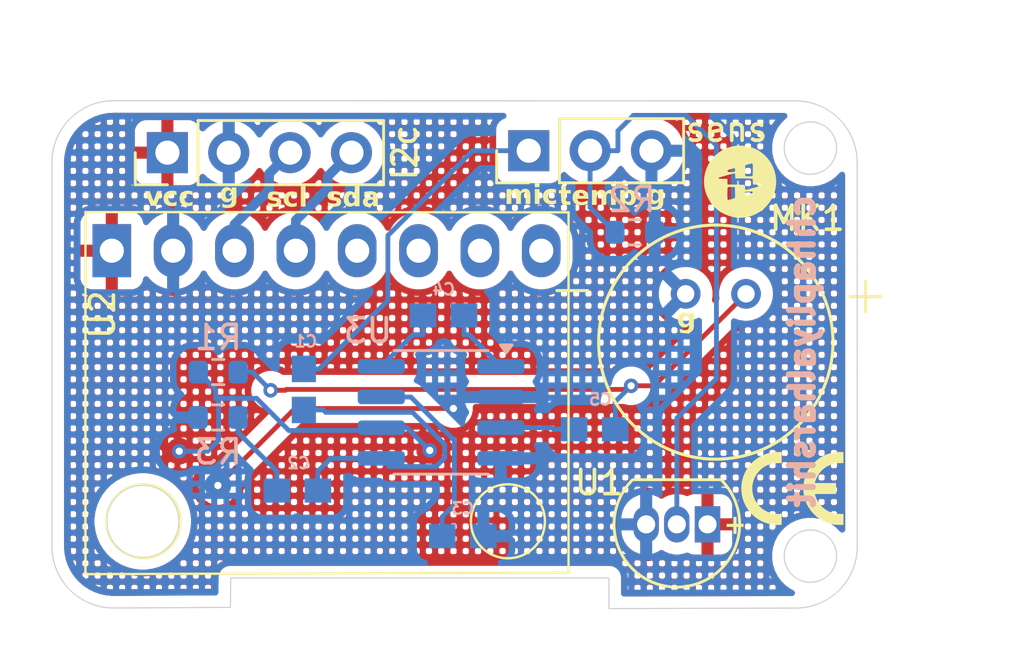
<source format=kicad_pcb>
(kicad_pcb
	(version 20241229)
	(generator "pcbnew")
	(generator_version "9.0")
	(general
		(thickness 1.6)
		(legacy_teardrops no)
	)
	(paper "A4")
	(layers
		(0 "F.Cu" signal)
		(2 "B.Cu" signal)
		(9 "F.Adhes" user "F.Adhesive")
		(11 "B.Adhes" user "B.Adhesive")
		(13 "F.Paste" user)
		(15 "B.Paste" user)
		(5 "F.SilkS" user "F.Silkscreen")
		(7 "B.SilkS" user "B.Silkscreen")
		(1 "F.Mask" user)
		(3 "B.Mask" user)
		(17 "Dwgs.User" user "User.Drawings")
		(19 "Cmts.User" user "User.Comments")
		(21 "Eco1.User" user "User.Eco1")
		(23 "Eco2.User" user "User.Eco2")
		(25 "Edge.Cuts" user)
		(27 "Margin" user)
		(31 "F.CrtYd" user "F.Courtyard")
		(29 "B.CrtYd" user "B.Courtyard")
		(35 "F.Fab" user)
		(33 "B.Fab" user)
		(39 "User.1" user)
		(41 "User.2" user)
		(43 "User.3" user)
		(45 "User.4" user)
	)
	(setup
		(pad_to_mask_clearance 0)
		(allow_soldermask_bridges_in_footprints no)
		(tenting front back)
		(pcbplotparams
			(layerselection 0x00000000_00000000_55555555_5755f5ff)
			(plot_on_all_layers_selection 0x00000000_00000000_00000000_00000000)
			(disableapertmacros no)
			(usegerberextensions no)
			(usegerberattributes yes)
			(usegerberadvancedattributes yes)
			(creategerberjobfile yes)
			(dashed_line_dash_ratio 12.000000)
			(dashed_line_gap_ratio 3.000000)
			(svgprecision 4)
			(plotframeref no)
			(mode 1)
			(useauxorigin no)
			(hpglpennumber 1)
			(hpglpenspeed 20)
			(hpglpendiameter 15.000000)
			(pdf_front_fp_property_popups yes)
			(pdf_back_fp_property_popups yes)
			(pdf_metadata yes)
			(pdf_single_document no)
			(dxfpolygonmode yes)
			(dxfimperialunits yes)
			(dxfusepcbnewfont yes)
			(psnegative no)
			(psa4output no)
			(plot_black_and_white yes)
			(plotinvisibletext no)
			(sketchpadsonfab no)
			(plotpadnumbers no)
			(hidednponfab no)
			(sketchdnponfab yes)
			(crossoutdnponfab yes)
			(subtractmaskfromsilk no)
			(outputformat 1)
			(mirror no)
			(drillshape 1)
			(scaleselection 1)
			(outputdirectory "")
		)
	)
	(net 0 "")
	(net 1 "/mic")
	(net 2 "Net-(C1-Pad1)")
	(net 3 "Net-(C2-Pad1)")
	(net 4 "Net-(U3-BYPASS)")
	(net 5 "GND")
	(net 6 "Net-(C4-Pad2)")
	(net 7 "Net-(C4-Pad1)")
	(net 8 "Net-(U3-+)")
	(net 9 "Net-(C5-Pad1)")
	(net 10 "/temp")
	(net 11 "VCC")
	(net 12 "/sda")
	(net 13 "/scl")
	(net 14 "unconnected-(U2A-int-Pad8)")
	(net 15 "unconnected-(U2A-xda-Pad5)")
	(net 16 "unconnected-(U2A-xcl-Pad6)")
	(net 17 "unconnected-(U2A-ado-Pad7)")
	(footprint "keychain:ce_small" (layer "F.Cu") (at 195.54 91.22))
	(footprint "Package_TO_SOT_THT:TO-92_Inline" (layer "F.Cu") (at 191.7 92.56 180))
	(footprint "keychain:hackster logo" (layer "F.Cu") (at 193.05 78.36))
	(footprint "Connector_PinHeader_2.54mm:PinHeader_1x04_P2.54mm_Vertical" (layer "F.Cu") (at 169.34 77.16 90))
	(footprint "Package_SIP:Sanyo_STK4xx-15_78.0x8.0mm_P2.54mm" (layer "F.Cu") (at 165.9475 79.6325))
	(footprint "keyboared:MIC_AOM-4546P-R" (layer "F.Cu") (at 192.045 85.01))
	(footprint "Connector_PinHeader_2.54mm:PinHeader_1x03_P2.54mm_Vertical" (layer "F.Cu") (at 184.3 77.08 90))
	(footprint "0603capc:CAPC1608X90" (layer "B.Cu") (at 187.03 88.62 180))
	(footprint "Resistor_SMD:R_0603_1608Metric" (layer "B.Cu") (at 171.44 88.13))
	(footprint "0603capc:CAPC1608X90" (layer "B.Cu") (at 174.99 86.97 90))
	(footprint "Package_SO:SOIC-8_3.9x4.9mm_P1.27mm" (layer "B.Cu") (at 180.67 87.92 180))
	(footprint "Resistor_SMD:R_0603_1608Metric" (layer "B.Cu") (at 171.445 86.25 180))
	(footprint "0603capc:CAPC1608X90" (layer "B.Cu") (at 181.57 93.05))
	(footprint "0603capc:CAPC1608X90" (layer "B.Cu") (at 174.72 91.16))
	(footprint "Resistor_SMD:R_0603_1608Metric" (layer "B.Cu") (at 188.69 80.46 180))
	(footprint "0603capc:CAPC1608X90" (layer "B.Cu") (at 180.77 83.9))
	(gr_arc
		(start 167.11 96.025)
		(mid 165.307821 95.278513)
		(end 164.561334 93.476334)
		(stroke
			(width 0.05)
			(type default)
		)
		(layer "Edge.Cuts")
		(uuid "1f45a7f5-42f8-4f2a-aad9-abb188d688e1")
	)
	(gr_circle
		(center 168.32 92.437116)
		(end 167.41 91.248312)
		(stroke
			(width 0.05)
			(type default)
		)
		(fill no)
		(layer "Edge.Cuts")
		(uuid "294839f2-9365-4ee6-9439-a19633a802d6")
	)
	(gr_circle
		(center 195.96 93.874929)
		(end 195.285782 93.024929)
		(stroke
			(width 0.05)
			(type default)
		)
		(fill no)
		(layer "Edge.Cuts")
		(uuid "2d712578-01d9-48ee-ac98-027181c1696d")
	)
	(gr_arc
		(start 164.56 77.56)
		(mid 165.307268 75.755934)
		(end 167.111334 75.008666)
		(stroke
			(width 0.05)
			(type default)
		)
		(layer "Edge.Cuts")
		(uuid "3af303a4-2ecc-4fab-9ca2-e61ff82c6151")
	)
	(gr_line
		(start 187.62 96.05)
		(end 195.351334 96.028666)
		(stroke
			(width 0.05)
			(type default)
		)
		(layer "Edge.Cuts")
		(uuid "6429b6ce-8b52-4da2-87e6-b1d085cbdf6d")
	)
	(gr_line
		(start 167.11 96.025)
		(end 171.95 96)
		(stroke
			(width 0.05)
			(type default)
		)
		(layer "Edge.Cuts")
		(uuid "6456a88d-6edb-4a22-9092-4e6062627b9d")
	)
	(gr_line
		(start 164.561334 93.476334)
		(end 164.56 77.56)
		(stroke
			(width 0.05)
			(type default)
		)
		(layer "Edge.Cuts")
		(uuid "6846e33d-9931-46f2-a705-21bb099b7bdd")
	)
	(gr_line
		(start 167.111334 75.008701)
		(end 195.3413 75.015)
		(stroke
			(width 0.05)
			(type default)
		)
		(layer "Edge.Cuts")
		(uuid "864dd2f1-636e-44d0-93a5-9b3b67607df6")
	)
	(gr_circle
		(center 195.96 76.97)
		(end 195.285782 76.12)
		(stroke
			(width 0.05)
			(type default)
		)
		(fill no)
		(layer "Edge.Cuts")
		(uuid "a78d7fb5-9280-4f39-b0cd-37f40d0645bd")
	)
	(gr_arc
		(start 197.9 93.48)
		(mid 197.153513 95.282179)
		(end 195.351334 96.028666)
		(stroke
			(width 0.05)
			(type default)
		)
		(layer "Edge.Cuts")
		(uuid "a972d2b0-e353-4390-bb94-192476a7dfba")
	)
	(gr_line
		(start 171.96 94.78)
		(end 187.62 94.78)
		(stroke
			(width 0.05)
			(type default)
		)
		(layer "Edge.Cuts")
		(uuid "ab592a31-1a1c-44f2-8797-624ef804ec72")
	)
	(gr_line
		(start 187.62 94.78)
		(end 187.62 96.05)
		(stroke
			(width 0.05)
			(type default)
		)
		(layer "Edge.Cuts")
		(uuid "af6b18c3-b101-4c36-88b7-c4a4d91e6d4b")
	)
	(gr_arc
		(start 195.341334 75.015)
		(mid 197.147992 75.763342)
		(end 197.896334 77.57)
		(stroke
			(width 0.05)
			(type default)
		)
		(layer "Edge.Cuts")
		(uuid "c11bbfb6-435d-49f2-823b-efac04e59194")
	)
	(gr_line
		(start 197.896334 77.57)
		(end 197.9 93.48)
		(stroke
			(width 0.05)
			(type default)
		)
		(layer "Edge.Cuts")
		(uuid "d0bcc988-f8d7-4784-917e-d782026c0cf4")
	)
	(gr_line
		(start 171.95 96)
		(end 171.96 94.78)
		(stroke
			(width 0.05)
			(type default)
		)
		(layer "Edge.Cuts")
		(uuid "dbfafa70-0428-4826-b22a-3f262e6a1e6c")
	)
	(gr_text "g"
		(at 190.43 84.54 0)
		(layer "F.SilkS")
		(uuid "0222cab3-9c5b-42d4-a362-19941ad38dfc")
		(effects
			(font
				(face "Artifakt Element Black")
				(size 0.8 0.8)
				(thickness 0.1)
			)
			(justify left bottom)
		)
		(render_cache "g" 0
			(polygon
				(pts
					(xy 190.769151 83.787218) (xy 190.81228 83.80101) (xy 190.849744 83.823465) (xy 190.882484 83.855186)
					(xy 190.898164 83.800329) (xy 191.047103 83.800329) (xy 191.047103 84.380503) (xy 191.041353 84.444421)
					(xy 191.025182 84.497336) (xy 190.999396 84.541411) (xy 190.96367 84.578145) (xy 190.920457 84.606923)
					(xy 190.870764 84.628011) (xy 190.813423 84.641241) (xy 190.746978 84.645898) (xy 190.677737 84.641718)
					(xy 190.615095 84.629628) (xy 190.558154 84.610072) (xy 190.506154 84.583176) (xy 190.562184 84.474537)
					(xy 190.603815 84.491377) (xy 190.643907 84.503113) (xy 190.685491 84.510151) (xy 190.733496 84.512639)
					(xy 190.77512 84.508906) (xy 190.806209 84.498865) (xy 190.829239 84.483525) (xy 190.846132 84.461964)
					(xy 190.8571 84.432253) (xy 190.861186 84.39169) (xy 190.861186 84.336784) (xy 190.828137 84.36661)
					(xy 190.792576 84.387327) (xy 190.753881 84.399756) (xy 190.711123 84.404) (xy 190.660412 84.399207)
					(xy 190.615996 84.385383) (xy 190.576618 84.362733) (xy 190.541423 84.330629) (xy 190.514346 84.292511)
					(xy 190.493925 84.245251) (xy 190.480703 84.186904) (xy 190.475917 84.11506) (xy 190.475917 84.066896)
					(xy 190.476151 84.063525) (xy 190.668576 84.063525) (xy 190.668576 84.11506) (xy 190.671713 84.17217)
					(xy 190.67959 84.209962) (xy 190.690411 84.233762) (xy 190.70728 84.252345) (xy 190.728624 84.263447)
					(xy 190.755917 84.26737) (xy 190.791952 84.262319) (xy 190.824037 84.247341) (xy 190.85337 84.221452)
					(xy 190.85337 83.961578) (xy 190.825653 83.93693) (xy 190.795416 83.922699) (xy 190.761535 83.917907)
					(xy 190.734047 83.92172) (xy 190.711687 83.932637) (xy 190.693196 83.950978) (xy 190.680795 83.974555)
					(xy 190.672017 84.01056) (xy 190.668576 84.063525) (xy 190.476151 84.063525) (xy 190.479903 84.009433)
					(xy 190.491287 83.959221) (xy 190.509525 83.915123) (xy 190.534922 83.874812) (xy 190.564536 83.842264)
					(xy 190.598576 83.816595) (xy 190.636721 83.797548) (xy 190.676621 83.786218) (xy 190.718939 83.782401)
				)
			)
		)
	)
	(gr_text "vcc"
		(at 168.4 79.5 0)
		(layer "F.SilkS")
		(uuid "2c936e8d-6505-4d66-8bba-59016ec418cb")
		(effects
			(font
				(face "Artifakt Element Black")
				(size 0.8 0.8)
				(thickness 0.1)
			)
			(justify left bottom)
		)
		(render_cache "vcc" 0
			(polygon
				(pts
					(xy 168.832309 79.364) (xy 168.592658 79.364) (xy 168.408939 78.760329) (xy 168.607215 78.760329)
					(xy 168.715854 79.217258) (xy 168.82337 78.760329) (xy 169.014856 78.760329)
				)
			)
			(polygon
				(pts
					(xy 169.342728 79.381927) (xy 169.27557 79.37648) (xy 169.219 79.361104) (xy 169.171097 79.336622)
					(xy 169.130432 79.302988) (xy 169.097769 79.261391) (xy 169.073963 79.212758) (xy 169.059022 79.155724)
					(xy 169.05374 79.088494) (xy 169.05374 79.035835) (xy 169.059057 78.968641) (xy 169.074101 78.91163)
					(xy 169.098084 78.863) (xy 169.131018 78.82139) (xy 169.17191 78.787905) (xy 169.220623 78.763392)
					(xy 169.278726 78.74791) (xy 169.348297 78.742401) (xy 169.410995 78.747662) (xy 169.464214 78.762576)
					(xy 169.512519 78.787562) (xy 169.556636 78.82305) (xy 169.469295 78.920503) (xy 169.443919 78.900709)
					(xy 169.419958 78.888019) (xy 169.39383 78.880611) (xy 169.360655 78.877907) (xy 169.3243 78.882331)
					(xy 169.296407 78.894584) (xy 169.274926 78.914348) (xy 169.260339 78.94036) (xy 169.250275 78.978371)
					(xy 169.246399 79.032464) (xy 169.246399 79.089617) (xy 169.250214 79.144539) (xy 169.260104 79.183101)
					(xy 169.274389 79.209443) (xy 169.295621 79.229393) (xy 169.323954 79.241872) (xy 169.36173 79.246421)
					(xy 169.394192 79.243524) (xy 169.422205 79.235235) (xy 169.449388 79.222097) (xy 169.481605 79.202702)
					(xy 169.553265 79.306896) (xy 169.508954 79.336932) (xy 169.456399 79.361215) (xy 169.400147 79.376769)
				)
			)
			(polygon
				(pts
					(xy 169.894521 79.381927) (xy 169.827364 79.37648) (xy 169.770793 79.361104) (xy 169.72289 79.336622)
					(xy 169.682226 79.302988) (xy 169.649562 79.261391) (xy 169.625757 79.212758) (xy 169.610815 79.155724)
					(xy 169.605533 79.088494) (xy 169.605533 79.035835) (xy 169.61085 78.968641) (xy 169.625894 78.91163)
					(xy 169.649877 78.863) (xy 169.682812 78.82139) (xy 169.723703 78.787905) (xy 169.772417 78.763392)
					(xy 169.830519 78.74791) (xy 169.90009 78.742401) (xy 169.962788 78.747662) (xy 170.016008 78.762576)
					(xy 170.064313 78.787562) (xy 170.108429 78.82305) (xy 170.021088 78.920503) (xy 169.995713 78.900709)
					(xy 169.971751 78.888019) (xy 169.945624 78.880611) (xy 169.912449 78.877907) (xy 169.876093 78.882331)
					(xy 169.848201 78.894584) (xy 169.82672 78.914348) (xy 169.812132 78.94036) (xy 169.802069 78.978371)
					(xy 169.798192 79.032464) (xy 169.798192 79.089617) (xy 169.802007 79.144539) (xy 169.811897 79.183101)
					(xy 169.826182 79.209443) (xy 169.847414 79.229393) (xy 169.875747 79.241872) (xy 169.913524 79.246421)
					(xy 169.945986 79.243524) (xy 169.973998 79.235235) (xy 170.001182 79.222097) (xy 170.033398 79.202702)
					(xy 170.105059 79.306896) (xy 170.060748 79.336932) (xy 170.008192 79.361215) (xy 169.951941 79.376769)
				)
			)
		)
	)
	(gr_text "g\n"
		(at 171.49 79.35 0)
		(layer "F.SilkS")
		(uuid "799977b9-34f1-48cb-b234-8163b5b7d976")
		(effects
			(font
				(face "Artifakt Element Black")
				(size 0.8 0.8)
				(thickness 0.1)
			)
			(justify left bottom)
		)
		(render_cache "g\n" 0
			(polygon
				(pts
					(xy 171.829151 78.597218) (xy 171.87228 78.61101) (xy 171.909744 78.633465) (xy 171.942484 78.665186)
					(xy 171.958164 78.610329) (xy 172.107103 78.610329) (xy 172.107103 79.190503) (xy 172.101353 79.254421)
					(xy 172.085182 79.307336) (xy 172.059396 79.351411) (xy 172.02367 79.388145) (xy 171.980457 79.416923)
					(xy 171.930764 79.438011) (xy 171.873423 79.451241) (xy 171.806978 79.455898) (xy 171.737737 79.451718)
					(xy 171.675095 79.439628) (xy 171.618154 79.420072) (xy 171.566154 79.393176) (xy 171.622184 79.284537)
					(xy 171.663815 79.301377) (xy 171.703907 79.313113) (xy 171.745491 79.320151) (xy 171.793496 79.322639)
					(xy 171.83512 79.318906) (xy 171.866209 79.308865) (xy 171.889239 79.293525) (xy 171.906132 79.271964)
					(xy 171.9171 79.242253) (xy 171.921186 79.20169) (xy 171.921186 79.146784) (xy 171.888137 79.17661)
					(xy 171.852576 79.197327) (xy 171.813881 79.209756) (xy 171.771123 79.214) (xy 171.720412 79.209207)
					(xy 171.675996 79.195383) (xy 171.636618 79.172733) (xy 171.601423 79.140629) (xy 171.574346 79.102511)
					(xy 171.553925 79.055251) (xy 171.540703 78.996904) (xy 171.535917 78.92506) (xy 171.535917 78.876896)
					(xy 171.536151 78.873525) (xy 171.728576 78.873525) (xy 171.728576 78.92506) (xy 171.731713 78.98217)
					(xy 171.73959 79.019962) (xy 171.750411 79.043762) (xy 171.76728 79.062345) (xy 171.788624 79.073447)
					(xy 171.815917 79.07737) (xy 171.851952 79.072319) (xy 171.884037 79.057341) (xy 171.91337 79.031452)
					(xy 171.91337 78.771578) (xy 171.885653 78.74693) (xy 171.855416 78.732699) (xy 171.821535 78.727907)
					(xy 171.794047 78.73172) (xy 171.771687 78.742637) (xy 171.753196 78.760978) (xy 171.740795 78.784555)
					(xy 171.732017 78.82056) (xy 171.728576 78.873525) (xy 171.536151 78.873525) (xy 171.539903 78.819433)
					(xy 171.551287 78.769221) (xy 171.569525 78.725123) (xy 171.594922 78.684812) (xy 171.624536 78.652264)
					(xy 171.658576 78.626595) (xy 171.696721 78.607548) (xy 171.736621 78.596218) (xy 171.778939 78.592401)
				)
			)
		)
	)
	(gr_text "temp"
		(at 185.53 79.46 0)
		(layer "F.SilkS")
		(uuid "808de63f-b3c0-4059-b08d-ff40935159f6")
		(effects
			(font
				(face "Artifakt Element Black")
				(size 0.8 0.8)
				(thickness 0.1)
			)
			(justify left bottom)
		)
		(render_cache "temp" 0
			(polygon
				(pts
					(xy 185.962309 79.324) (xy 185.899816 79.337413) (xy 185.834619 79.341927) (xy 185.784999 79.338581)
					(xy 185.744134 79.329277) (xy 185.710507 79.314799) (xy 185.682896 79.295472) (xy 185.66062 79.270561)
					(xy 185.64412 79.239441) (xy 185.633529 79.200746) (xy 185.629699 79.152639) (xy 185.629699 78.855835)
					(xy 185.547927 78.855835) (xy 185.547927 78.720329) (xy 185.635268 78.720329) (xy 185.648702 78.572464)
					(xy 185.822309 78.572464) (xy 185.822309 78.720329) (xy 185.945505 78.720329) (xy 185.945505 78.855835)
					(xy 185.822309 78.855835) (xy 185.822309 79.140329) (xy 185.826647 79.167345) (xy 185.838354 79.185241)
					(xy 185.857844 79.1965) (xy 185.888401 79.200803) (xy 185.945505 79.195186)
				)
			)
			(polygon
				(pts
					(xy 186.365661 78.707754) (xy 186.420675 78.722628) (xy 186.465486 78.745908) (xy 186.501891 78.777433)
					(xy 186.529941 78.816443) (xy 186.551254 78.865725) (xy 186.565161 78.927573) (xy 186.57023 79.004823)
					(xy 186.565736 79.074237) (xy 186.205087 79.074237) (xy 186.209039 79.120475) (xy 186.21939 79.153105)
					(xy 186.234738 79.175646) (xy 186.256683 79.191622) (xy 186.288559 79.202335) (xy 186.3339 79.206421)
					(xy 186.385169 79.201736) (xy 186.439023 79.18718) (xy 186.496322 79.161578) (xy 186.555673 79.270217)
					(xy 186.50664 79.298198) (xy 186.446448 79.321752) (xy 186.382593 79.33691) (xy 186.31822 79.341927)
					(xy 186.256401 79.337526) (xy 186.202904 79.325002) (xy 186.156385 79.304997) (xy 186.114438 79.276924)
					(xy 186.080337 79.243101) (xy 186.053314 79.20305) (xy 186.033982 79.158532) (xy 186.022132 79.109543)
					(xy 186.018046 79.055186) (xy 186.018046 78.993588) (xy 186.019959 78.966721) (xy 186.205087 78.966721)
					(xy 186.401116 78.966721) (xy 186.401116 78.963351) (xy 186.397839 78.91506) (xy 186.389329 78.880972)
					(xy 186.377034 78.857545) (xy 186.358681 78.839598) (xy 186.334489 78.828493) (xy 186.30254 78.824474)
					(xy 186.272198 78.828537) (xy 186.248673 78.839922) (xy 186.230293 78.858668) (xy 186.217885 78.8828)
					(xy 186.209029 78.917668) (xy 186.205087 78.966721) (xy 186.019959 78.966721) (xy 186.022026 78.937693)
					(xy 186.033528 78.887603) (xy 186.052191 78.842401) (xy 186.078377 78.801374) (xy 186.11069 78.767249)
					(xy 186.149644 78.73938) (xy 186.193226 78.719203) (xy 186.242317 78.706738) (xy 186.298046 78.702401)
				)
			)
			(polygon
				(pts
					(xy 187.355275 78.702401) (xy 187.388982 78.705146) (xy 187.419972 78.71319) (xy 187.448771 78.726484)
					(xy 187.474583 78.744802) (xy 187.496717 78.768126) (xy 187.515401 78.79707) (xy 187.528771 78.828921)
					(xy 187.537135 78.865397) (xy 187.540069 78.90737) (xy 187.540069 79.324) (xy 187.349658 79.324)
					(xy 187.349658 78.915186) (xy 187.344902 78.878486) (xy 187.332854 78.856421) (xy 187.313772 78.842627)
					(xy 187.289183 78.837907) (xy 187.263987 78.843069) (xy 187.237541 78.859978) (xy 187.208534 78.892813)
					(xy 187.208534 79.324) (xy 187.017048 79.324) (xy 187.017048 78.915186) (xy 187.012541 78.878167)
					(xy 187.001109 78.855476) (xy 186.983818 78.84253) (xy 186.95882 78.837907) (xy 186.932859 78.843071)
					(xy 186.90638 78.859745) (xy 186.878171 78.89169) (xy 186.878171 79.324) (xy 186.686636 79.324)
					(xy 186.686636 78.720329) (xy 186.853503 78.720329) (xy 186.863614 78.775186) (xy 186.897457 78.743157)
					(xy 186.935022 78.720718) (xy 186.977094 78.707103) (xy 187.024863 78.702401) (xy 187.072438 78.708069)
					(xy 187.115575 78.724823) (xy 187.141175 78.741938) (xy 187.162723 78.763427) (xy 187.180544 78.789743)
					(xy 187.218997 78.750059) (xy 187.258946 78.723699) (xy 187.303607 78.707886)
				)
			)
			(polygon
				(pts
					(xy 188.068509 78.706275) (xy 188.106512 78.717651) (xy 188.141786 78.736595) (xy 188.172684 78.762134)
					(xy 188.199337 78.794811) (xy 188.221849 78.835709) (xy 188.237591 78.87991) (xy 188.247516 78.930686)
					(xy 188.251011 78.989143) (xy 188.251011 79.054062) (xy 188.247186 79.110825) (xy 188.236203 79.161089)
					(xy 188.218527 79.205835) (xy 188.193807 79.246942) (xy 188.164739 79.280246) (xy 188.131137 79.306658)
					(xy 188.093288 79.326264) (xy 188.053215 79.337968) (xy 188.010188 79.341927) (xy 187.960944 79.33685)
					(xy 187.916526 79.321977) (xy 187.875806 79.297133) (xy 187.875806 79.548019) (xy 187.683147 79.548019)
					(xy 187.683147 78.886072) (xy 187.875806 78.886072) (xy 187.875806 79.176184) (xy 187.902436 79.193111)
					(xy 187.930577 79.20307) (xy 187.9609 79.206421) (xy 187.990401 79.202265) (xy 188.013999 79.190425)
					(xy 188.033147 79.170566) (xy 188.046199 79.145307) (xy 188.055021 79.110425) (xy 188.058353 79.06305)
					(xy 188.058353 78.977907) (xy 188.055283 78.931112) (xy 188.047209 78.897002) (xy 188.035394 78.872639)
					(xy 188.017804 78.853259) (xy 187.996394 78.84187) (xy 187.969888 78.837907) (xy 187.934121 78.843231)
					(xy 187.903215 78.858917) (xy 187.875806 78.886072) (xy 187.683147 78.886072) (xy 187.683147 78.720329)
					(xy 187.850013 78.720329) (xy 187.860125 78.775186) (xy 187.893929 78.743452) (xy 187.932321 78.720985)
					(xy 187.976222 78.707204) (xy 188.026992 78.702401)
				)
			)
		)
	)
	(gr_text "sda"
		(at 175.92 79.52 0)
		(layer "F.SilkS")
		(uuid "9d177797-a1f9-4675-ae47-68c329b9e3ef")
		(effects
			(font
				(face "Artifakt Element Black")
				(size 0.8 0.8)
				(thickness 0.1)
			)
			(justify left bottom)
		)
		(render_cache "sda" 0
			(polygon
				(pts
					(xy 176.198876 79.401927) (xy 176.145489 79.399269) (xy 176.096177 79.391531) (xy 176.050474 79.378968)
					(xy 176.006897 79.360882) (xy 175.969632 79.338652) (xy 175.937927 79.312339) (xy 176.020823 79.216009)
					(xy 176.061632 79.24164) (xy 176.099176 79.258019) (xy 176.138259 79.267589) (xy 176.180949 79.270866)
					(xy 176.221634 79.267335) (xy 176.247041 79.258556) (xy 176.26406 79.243401) (xy 176.269462 79.223825)
					(xy 176.269462 79.214886) (xy 176.265091 79.194663) (xy 176.252072 79.179031) (xy 176.2299 79.166305)
					(xy 176.182072 79.14767) (xy 176.110411 79.121927) (xy 176.063839 79.102033) (xy 176.029324 79.081043)
					(xy 176.004556 79.059205) (xy 175.985837 79.032794) (xy 175.974411 79.001854) (xy 175.970411 78.965123)
					(xy 175.970411 78.937133) (xy 175.973945 78.903861) (xy 175.984333 78.873685) (xy 176.001772 78.845835)
					(xy 176.024773 78.821971) (xy 176.053921 78.801424) (xy 176.090237 78.784237) (xy 176.149847 78.768103)
					(xy 176.220174 78.762401) (xy 176.285207 78.767743) (xy 176.347815 78.783699) (xy 176.405817 78.809352)
					(xy 176.453133 78.841927) (xy 176.373607 78.937133) (xy 176.333707 78.914543) (xy 176.301898 78.901864)
					(xy 176.26938 78.894829) (xy 176.23136 78.892339) (xy 176.198169 78.895698) (xy 176.177578 78.904111)
					(xy 176.16403 78.917908) (xy 176.159699 78.934886) (xy 176.159699 78.943825) (xy 176.16382 78.960107)
					(xy 176.177041 78.974648) (xy 176.199168 78.987169) (xy 176.247041 79.006547) (xy 176.319825 79.032339)
					(xy 176.36478 79.051455) (xy 176.399267 79.072445) (xy 176.425094 79.09506) (xy 176.444699 79.122326)
					(xy 176.45672 79.154694) (xy 176.460949 79.193588) (xy 176.460949 79.222702) (xy 176.456165 79.264483)
					(xy 176.44245 79.299763) (xy 176.419814 79.330011) (xy 176.387041 79.356009) (xy 176.335814 79.38062)
					(xy 176.273882 79.396307)
				)
			)
			(polygon
				(pts
					(xy 177.113565 79.384) (xy 176.972442 79.384) (xy 176.948946 79.320154) (xy 176.913494 79.356473)
					(xy 176.874473 79.381617) (xy 176.831093 79.396733) (xy 176.782079 79.401927) (xy 176.736797 79.397949)
					(xy 176.695821 79.386345) (xy 176.658297 79.367196) (xy 176.625208 79.34112) (xy 176.597095 79.308214)
					(xy 176.57374 79.267545) (xy 176.557368 79.22326) (xy 176.547102 79.172823) (xy 176.543503 79.115186)
					(xy 176.543503 79.049143) (xy 176.543882 79.043525) (xy 176.736161 79.043525) (xy 176.736161 79.118556)
					(xy 176.74124 79.179924) (xy 176.754179 79.220535) (xy 176.772762 79.246321) (xy 176.79676 79.261213)
					(xy 176.827997 79.266421) (xy 176.861993 79.260821) (xy 176.892558 79.243918) (xy 176.920956 79.213762)
					(xy 176.920956 78.936009) (xy 176.895021 78.914814) (xy 176.865548 78.902233) (xy 176.831367 78.897907)
					(xy 176.80187 78.90204) (xy 176.77868 78.913731) (xy 176.760244 78.933225) (xy 176.747923 78.958072)
					(xy 176.739421 78.993695) (xy 176.736161 79.043525) (xy 176.543882 79.043525) (xy 176.54723 78.993865)
					(xy 176.557989 78.94431) (xy 176.575401 78.899617) (xy 176.599784 78.858463) (xy 176.628655 78.824973)
					(xy 176.662205 78.798256) (xy 176.700135 78.778354) (xy 176.740584 78.766442) (xy 176.784326 78.762401)
					(xy 176.825115 78.765753) (xy 176.860932 78.775386) (xy 176.892659 78.791014) (xy 176.920956 78.812813)
					(xy 176.920956 78.555186) (xy 177.113565 78.555186)
				)
			)
			(polygon
				(pts
					(xy 177.571917 78.766836) (xy 177.625047 78.779011) (xy 177.667408 78.797695) (xy 177.700969 78.822339)
					(xy 177.72857 78.854258) (xy 177.748526 78.891636) (xy 177.760996 78.935553) (xy 177.765401 78.987496)
					(xy 177.765401 79.384) (xy 177.62203 79.384) (xy 177.605226 79.330217) (xy 177.56547 79.362101)
					(xy 177.523741 79.384238) (xy 177.479423 79.397453) (xy 177.431667 79.401927) (xy 177.37441 79.396165)
					(xy 177.32464 79.379554) (xy 177.294748 79.362335) (xy 177.269922 79.341486) (xy 177.249609 79.316833)
					(xy 177.2345 79.288847) (xy 177.225348 79.25808) (xy 177.222205 79.223825) (xy 177.222205 79.186896)
					(xy 177.410369 79.186896) (xy 177.410369 79.208145) (xy 177.414858 79.236878) (xy 177.426891 79.255758)
					(xy 177.446727 79.267522) (xy 177.477585 79.27199) (xy 177.515092 79.266925) (xy 177.547092 79.252188)
					(xy 177.574989 79.227196) (xy 177.574989 79.112939) (xy 177.504452 79.112939) (xy 177.467075 79.116638)
					(xy 177.4415 79.126283) (xy 177.424467 79.14072) (xy 177.414116 79.160324) (xy 177.410369 79.186896)
					(xy 177.222205 79.186896) (xy 177.226539 79.14706) (xy 177.239028 79.112767) (xy 177.259653 79.082792)
					(xy 177.289371 79.056421) (xy 177.323576 79.03683) (xy 177.365322 79.021932) (xy 177.416081 79.012276)
					(xy 177.477585 79.008794) (xy 177.574989 79.008794) (xy 177.574989 78.976309) (xy 177.572037 78.948156)
					(xy 177.564157 78.927932) (xy 177.55203 78.913588) (xy 177.53558 78.903696) (xy 177.512569 78.89705)
					(xy 177.480907 78.894537) (xy 177.428058 78.899071) (xy 177.371608 78.913239) (xy 177.310669 78.938256)
					(xy 177.254689 78.828494) (xy 177.308798 78.800962) (xy 177.371144 78.779792) (xy 177.436976 78.766783)
					(xy 177.505575 78.762401)
				)
			)
		)
	)
	(gr_text "scl\n"
		(at 173.44 79.53 0)
		(layer "F.SilkS")
		(uuid "a02f41f9-9b68-4beb-afa7-c5388ff04d76")
		(effects
			(font
				(face "Artifakt Element Black")
				(size 0.8 0.8)
				(thickness 0.1)
			)
			(justify left bottom)
		)
		(render_cache "scl\n" 0
			(polygon
				(pts
					(xy 173.718876 79.411927) (xy 173.665489 79.409269) (xy 173.616177 79.401531) (xy 173.570474 79.388968)
					(xy 173.526897 79.370882) (xy 173.489632 79.348652) (xy 173.457927 79.322339) (xy 173.540823 79.226009)
					(xy 173.581632 79.25164) (xy 173.619176 79.268019) (xy 173.658259 79.277589) (xy 173.700949 79.280866)
					(xy 173.741634 79.277335) (xy 173.767041 79.268556) (xy 173.78406 79.253401) (xy 173.789462 79.233825)
					(xy 173.789462 79.224886) (xy 173.785091 79.204663) (xy 173.772072 79.189031) (xy 173.7499 79.176305)
					(xy 173.702072 79.15767) (xy 173.630411 79.131927) (xy 173.583839 79.112033) (xy 173.549324 79.091043)
					(xy 173.524556 79.069205) (xy 173.505837 79.042794) (xy 173.494411 79.011854) (xy 173.490411 78.975123)
					(xy 173.490411 78.947133) (xy 173.493945 78.913861) (xy 173.504333 78.883685) (xy 173.521772 78.855835)
					(xy 173.544773 78.831971) (xy 173.573921 78.811424) (xy 173.610237 78.794237) (xy 173.669847 78.778103)
					(xy 173.740174 78.772401) (xy 173.805207 78.777743) (xy 173.867815 78.793699) (xy 173.925817 78.819352)
					(xy 173.973133 78.851927) (xy 173.893607 78.947133) (xy 173.853707 78.924543) (xy 173.821898 78.911864)
					(xy 173.78938 78.904829) (xy 173.75136 78.902339) (xy 173.718169 78.905698) (xy 173.697578 78.914111)
					(xy 173.68403 78.927908) (xy 173.679699 78.944886) (xy 173.679699 78.953825) (xy 173.68382 78.970107)
					(xy 173.697041 78.984648) (xy 173.719168 78.997169) (xy 173.767041 79.016547) (xy 173.839825 79.042339)
					(xy 173.88478 79.061455) (xy 173.919267 79.082445) (xy 173.945094 79.10506) (xy 173.964699 79.132326)
					(xy 173.97672 79.164694) (xy 173.980949 79.203588) (xy 173.980949 79.232702) (xy 173.976165 79.274483)
					(xy 173.96245 79.309763) (xy 173.939814 79.340011) (xy 173.907041 79.366009) (xy 173.855814 79.39062)
					(xy 173.793882 79.406307)
				)
			)
			(polygon
				(pts
					(xy 174.34912 79.411927) (xy 174.281962 79.40648) (xy 174.225392 79.391104) (xy 174.177489 79.366622)
					(xy 174.136824 79.332988) (xy 174.104161 79.291391) (xy 174.080355 79.242758) (xy 174.065414 79.185724)
					(xy 174.060132 79.118494) (xy 174.060132 79.065835) (xy 174.065449 78.998641) (xy 174.080493 78.94163)
					(xy 174.104476 78.893) (xy 174.137411 78.85139) (xy 174.178302 78.817905) (xy 174.227016 78.793392)
					(xy 174.285118 78.77791) (xy 174.354689 78.772401) (xy 174.417387 78.777662) (xy 174.470607 78.792576)
					(xy 174.518911 78.817562) (xy 174.563028 78.85305) (xy 174.475687 78.950503) (xy 174.450312 78.930709)
					(xy 174.42635 78.918019) (xy 174.400222 78.910611) (xy 174.367048 78.907907) (xy 174.330692 78.912331)
					(xy 174.302799 78.924584) (xy 174.281318 78.944348) (xy 174.266731 78.97036) (xy 174.256668 79.008371)
					(xy 174.252791 79.062464) (xy 174.252791 79.119617) (xy 174.256606 79.174539) (xy 174.266496 79.213101)
					(xy 174.280781 79.239443) (xy 174.302013 79.259393) (xy 174.330346 79.271872) (xy 174.368122 79.276421)
					(xy 174.400585 79.273524) (xy 174.428597 79.265235) (xy 174.455781 79.252097) (xy 174.487997 79.232702)
					(xy 174.559658 79.336896) (xy 174.515346 79.366932) (xy 174.462791 79.391215) (xy 174.40654 79.406769)
				)
			)
			(polygon
				(pts
					(xy 174.833551 79.227133) (xy 174.835972 79.248655) (xy 174.841953 79.261278) (xy 174.85268 79.268928)
					(xy 174.871653 79.271927) (xy 174.890704 79.26968) (xy 174.905261 79.394) (xy 174.862728 79.407221)
					(xy 174.811179 79.411927) (xy 174.761164 79.406985) (xy 174.720567 79.393148) (xy 174.687397 79.371041)
					(xy 174.667784 79.34914) (xy 174.653386 79.322337) (xy 174.644228 79.289595) (xy 174.640942 79.249505)
					(xy 174.640942 78.565186) (xy 174.833551 78.565186)
				)
			)
		)
	)
	(gr_text "mic"
		(at 183.29 79.42 0)
		(layer "F.SilkS")
		(uuid "a7fdedf3-d87c-42ab-8b49-0fac774fe5f4")
		(effects
			(font
				(face "Artifakt Element Black")
				(size 0.8 0.8)
				(thickness 0.1)
			)
			(justify left bottom)
		)
		(render_cache "mic" 0
			(polygon
				(pts
					(xy 184.035917 78.662401) (xy 184.069624 78.665146) (xy 184.100614 78.67319) (xy 184.129413 78.686484)
					(xy 184.155225 78.704802) (xy 184.177359 78.728126) (xy 184.196043 78.75707) (xy 184.209413 78.788921)
					(xy 184.217777 78.825397) (xy 184.220711 78.86737) (xy 184.220711 79.284) (xy 184.0303 79.284)
					(xy 184.0303 78.875186) (xy 184.025544 78.838486) (xy 184.013496 78.816421) (xy 183.994414 78.802627)
					(xy 183.969825 78.797907) (xy 183.944629 78.803069) (xy 183.918183 78.819978) (xy 183.889176 78.852813)
					(xy 183.889176 79.284) (xy 183.69769 79.284) (xy 183.69769 78.875186) (xy 183.693183 78.838167)
					(xy 183.681751 78.815476) (xy 183.66446 78.80253) (xy 183.639462 78.797907) (xy 183.613501 78.803071)
					(xy 183.587022 78.819745) (xy 183.558813 78.85169) (xy 183.558813 79.284) (xy 183.367278 79.284)
					(xy 183.367278 78.680329) (xy 183.534145 78.680329) (xy 183.544256 78.735186) (xy 183.578099 78.703157)
					(xy 183.615664 78.680718) (xy 183.657736 78.667103) (xy 183.705505 78.662401) (xy 183.75308 78.668069)
					(xy 183.796217 78.684823) (xy 183.821817 78.701938) (xy 183.843365 78.723427) (xy 183.861186 78.749743)
					(xy 183.899639 78.710059) (xy 183.939588 78.683699) (xy 183.984249 78.667886)
				)
			)
			(polygon
				(pts
					(xy 184.581067 79.284) (xy 184.388408 79.284) (xy 184.388408 78.815835) (xy 184.308932 78.815835)
					(xy 184.308932 78.680329) (xy 184.581067 78.680329)
				)
			)
			(polygon
				(pts
					(xy 184.480244 78.60305) (xy 184.450126 78.599524) (xy 184.424118 78.58931) (xy 184.401256 78.572276)
					(xy 184.383534 78.550048) (xy 184.372987 78.524795) (xy 184.369357 78.495535) (xy 184.373018 78.46553)
					(xy 184.383594 78.439941) (xy 184.401256 78.417719) (xy 184.424122 78.400656) (xy 184.45013 78.390427)
					(xy 184.480244 78.386896) (xy 184.510341 78.390439) (xy 184.536141 78.400676) (xy 184.558646 78.417719)
					(xy 184.575987 78.439902) (xy 184.586398 78.465493) (xy 184.590006 78.495535) (xy 184.586414 78.524066)
					(xy 184.57589 78.549152) (xy 184.55806 78.57169) (xy 184.535209 78.589128) (xy 184.509575 78.599495)
				)
			)
			(polygon
				(pts
					(xy 184.989295 79.301927) (xy 184.922137 79.29648) (xy 184.865566 79.281104) (xy 184.817664 79.256622)
					(xy 184.776999 79.222988) (xy 184.744336 79.181391) (xy 184.72053 79.132758) (xy 184.705588 79.075724)
					(xy 184.700307 79.008494) (xy 184.700307 78.955835) (xy 184.705623 78.888641) (xy 184.720667 78.83163)
					(xy 184.74465 78.783) (xy 184.777585 78.74139) (xy 184.818477 78.707905) (xy 184.86719 78.683392)
					(xy 184.925293 78.66791) (xy 184.994863 78.662401) (xy 185.057561 78.667662) (xy 185.110781 78.682576)
					(xy 185.159086 78.707562) (xy 185.203203 78.74305) (xy 185.115861 78.840503) (xy 185.090486 78.820709)
					(xy 185.066524 78.808019) (xy 185.040397 78.800611) (xy 185.007222 78.797907) (xy 184.970867 78.802331)
					(xy 184.942974 78.814584) (xy 184.921493 78.834348) (xy 184.906905 78.86036) (xy 184.896842 78.898371)
					(xy 184.892965 78.952464) (xy 184.892965 79.009617) (xy 184.896781 79.064539) (xy 184.90667 79.103101)
					(xy 184.920956 79.129443) (xy 184.942187 79.149393) (xy 184.97052 79.161872) (xy 185.008297 79.166421)
					(xy 185.040759 79.163524) (xy 185.068771 79.155235) (xy 185.095955 79.142097) (xy 185.128171 79.122702)
					(xy 185.199832 79.226896) (xy 185.155521 79.256932) (xy 185.102965 79.281215) (xy 185.046714 79.296769)
				)
			)
		)
	)
	(gr_text "g"
		(at 189.16 79.43 0)
		(layer "F.SilkS")
		(uuid "cac66913-13ce-4506-9c97-5e768db0d6ff")
		(effects
			(font
				(face "Artifakt Element Black")
				(size 0.8 0.8)
				(thickness 0.1)
			)
			(justify left bottom)
		)
		(render_cache "g" 0
			(polygon
				(pts
					(xy 189.499151 78.677218) (xy 189.54228 78.69101) (xy 189.579744 78.713465) (xy 189.612484 78.745186)
					(xy 189.628164 78.690329) (xy 189.777103 78.690329) (xy 189.777103 79.270503) (xy 189.771353 79.334421)
					(xy 189.755182 79.387336) (xy 189.729396 79.431411) (xy 189.69367 79.468145) (xy 189.650457 79.496923)
					(xy 189.600764 79.518011) (xy 189.543423 79.531241) (xy 189.476978 79.535898) (xy 189.407737 79.531718)
					(xy 189.345095 79.519628) (xy 189.288154 79.500072) (xy 189.236154 79.473176) (xy 189.292184 79.364537)
					(xy 189.333815 79.381377) (xy 189.373907 79.393113) (xy 189.415491 79.400151) (xy 189.463496 79.402639)
					(xy 189.50512 79.398906) (xy 189.536209 79.388865) (xy 189.559239 79.373525) (xy 189.576132 79.351964)
					(xy 189.5871 79.322253) (xy 189.591186 79.28169) (xy 189.591186 79.226784) (xy 189.558137 79.25661)
					(xy 189.522576 79.277327) (xy 189.483881 79.289756) (xy 189.441123 79.294) (xy 189.390412 79.289207)
					(xy 189.345996 79.275383) (xy 189.306618 79.252733) (xy 189.271423 79.220629) (xy 189.244346 79.182511)
					(xy 189.223925 79.135251) (xy 189.210703 79.076904) (xy 189.205917 79.00506) (xy 189.205917 78.956896)
					(xy 189.206151 78.953525) (xy 189.398576 78.953525) (xy 189.398576 79.00506) (xy 189.401713 79.06217)
					(xy 189.40959 79.099962) (xy 189.420411 79.123762) (xy 189.43728 79.142345) (xy 189.458624 79.153447)
					(xy 189.485917 79.15737) (xy 189.521952 79.152319) (xy 189.554037 79.137341) (xy 189.58337 79.111452)
					(xy 189.58337 78.851578) (xy 189.555653 78.82693) (xy 189.525416 78.812699) (xy 189.491535 78.807907)
					(xy 189.464047 78.81172) (xy 189.441687 78.822637) (xy 189.423196 78.840978) (xy 189.410795 78.864555)
					(xy 189.402017 78.90056) (xy 189.398576 78.953525) (xy 189.206151 78.953525) (xy 189.209903 78.899433)
					(xy 189.221287 78.849221) (xy 189.239525 78.805123) (xy 189.264922 78.764812) (xy 189.294536 78.732264)
					(xy 189.328576 78.706595) (xy 189.366721 78.687548) (xy 189.406621 78.676218) (xy 189.448939 78.672401)
				)
			)
		)
	)
	(gr_text "+"
		(at 192.37 93.09 0)
		(layer "F.SilkS")
		(uuid "d3e95ab4-1d32-43d8-9b6b-d8aba9ce5d60")
		(effects
			(font
				(face "Artifakt Element Black")
				(size 0.8 0.8)
				(thickness 0.1)
			)
			(justify left bottom)
		)
		(render_cache "+" 0
			(polygon
				(pts
					(xy 192.927752 92.643762) (xy 192.783258 92.643762) (xy 192.783258 92.794949) (xy 192.62538 92.794949)
					(xy 192.62538 92.643762) (xy 192.480886 92.643762) (xy 192.480886 92.498145) (xy 192.62538 92.498145)
					(xy 192.62538 92.346958) (xy 192.783258 92.346958) (xy 192.783258 92.498145) (xy 192.927752 92.498145)
				)
			)
		)
	)
	(gr_text "chhapliyalharshit"
		(at 196.2 78.8 90)
		(layer "B.SilkS")
		(uuid "890f40b5-0373-495e-b40a-40131834f86d")
		(effects
			(font
				(size 1 1)
				(thickness 0.25)
			)
			(justify left bottom mirror)
		)
	)
	(segment
		(start 178.4675 80.5941)
		(end 181.9816 77.08)
		(width 0.2)
		(layer "B.Cu")
		(net 1)
		(uuid "082efff1-d32d-44d2-b52e-ac9eea946636")
	)
	(segment
		(start 175.6254 86.12)
		(end 178.4675 83.2779)
		(width 0.2)
		(layer "B.Cu")
		(net 1)
		(uuid "294222d2-cabe-4996-8a94-a40941d66b33")
	)
	(segment
		(start 178.4675 83.2779)
		(end 178.4675 80.5941)
		(width 0.2)
		(layer "B.Cu")
		(net 1)
		(uuid "76148f70-c5c9-4608-947a-e8ca71c25a0e")
	)
	(segment
		(start 174.99 86.12)
		(end 175.6254 86.12)
		(width 0.2)
		(layer "B.Cu")
		(net 1)
		(uuid "c5d69941-c048-4bb3-8a6a-57d78326d913")
	)
	(segment
		(start 181.9816 77.08)
		(end 184.3 77.08)
		(width 0.2)
		(layer "B.Cu")
		(net 1)
		(uuid "e1e6f66b-e0d2-4b0e-827a-42cb1130f10c")
	)
	(segment
		(start 180.4607 90.1648)
		(end 180.8169 89.8086)
		(width 0.2)
		(layer "B.Cu")
		(net 2)
		(uuid "1b27179c-ba5d-4b16-b6d0-959e58f80ed5")
	)
	(segment
		(start 175.57 91.16)
		(end 175.57 90.3583)
		(width 0.2)
		(layer "B.Cu")
		(net 2)
		(uuid "36184a70-3dc4-4828-a9f1-050420322ae2")
	)
	(segment
		(start 176.1033 89.825)
		(end 178.195 89.825)
		(width 0.2)
		(layer "B.Cu")
		(net 2)
		(uuid "3677382e-85b1-48ee-844d-1183111a34ab")
	)
	(segment
		(start 174.99 87.82)
		(end 175.7917 87.82)
		(width 0.2)
		(layer "B.Cu")
		(net 2)
		(uuid "84c9d690-bff4-45d2-a760-04024a3d849c")
	)
	(segment
		(start 178.195 89.825)
		(end 178.5348 90.1648)
		(width 0.2)
		(layer "B.Cu")
		(net 2)
		(uuid "90e107fa-1a3d-472e-a6e3-e94926c483e4")
	)
	(segment
		(start 180.8169 89.8086)
		(end 180.8169 89.2483)
		(width 0.2)
		(layer "B.Cu")
		(net 2)
		(uuid "9a1a9203-02c5-4ae8-a577-fd529f49a276")
	)
	(segment
		(start 180.8169 89.2483)
		(end 179.4886 87.92)
		(width 0.2)
		(layer "B.Cu")
		(net 2)
		(uuid "a9339a9d-377a-470b-a0cc-9d3dd7470ccf")
	)
	(segment
		(start 175.8917 87.92)
		(end 175.7917 87.82)
		(width 0.2)
		(layer "B.Cu")
		(net 2)
		(uuid "bda83a07-d5e9-4a21-b046-6f8af7ddd518")
	)
	(segment
		(start 179.4886 87.92)
		(end 175.8917 87.92)
		(width 0.2)
		(layer "B.Cu")
		(net 2)
		(uuid "d3516de9-7282-4f66-a632-cf8b77af2cf4")
	)
	(segment
		(start 175.57 90.3583)
		(end 176.1033 89.825)
		(width 0.2)
		(layer "B.Cu")
		(net 2)
		(uuid "d48efa4d-8f8b-47fc-82d0-003b1539167d")
	)
	(segment
		(start 178.5348 90.1648)
		(end 180.4607 90.1648)
		(width 0.2)
		(layer "B.Cu")
		(net 2)
		(uuid "feb7e96e-1053-425e-8941-96fb465c7129")
	)
	(segment
		(start 173.87 91.16)
		(end 173.87 90.3583)
		(width 0.2)
		(layer "B.Cu")
		(net 3)
		(uuid "2eb1a71a-a56c-486c-959c-36a39b6f0133")
	)
	(segment
		(start 173.87 90.3583)
		(end 172.265 88.7533)
		(width 0.2)
		(layer "B.Cu")
		(net 3)
		(uuid "97f1641e-b6fa-48b7-b75e-8f08209fe814")
	)
	(segment
		(start 172.265 88.7533)
		(end 172.265 88.13)
		(width 0.2)
		(layer "B.Cu")
		(net 3)
		(uuid "c76f72fe-48d9-4ffe-8c6a-265c66b811cd")
	)
	(segment
		(start 179.4216 87.285)
		(end 178.195 87.285)
		(width 0.2)
		(layer "B.Cu")
		(net 4)
		(uuid "36f37183-1a75-451c-9407-e44a60110b9f")
	)
	(segment
		(start 181.2186 89.082)
		(end 179.4216 87.285)
		(width 0.2)
		(layer "B.Cu")
		(net 4)
		(uuid "66594003-c52f-481e-a50d-ea3dc6a3667a")
	)
	(segment
		(start 180.72 92.2483)
		(end 181.2186 91.7497)
		(width 0.2)
		(layer "B.Cu")
		(net 4)
		(uuid "74415c91-dc1e-48f4-9070-e624676b266e")
	)
	(segment
		(start 181.2186 91.7497)
		(end 181.2186 89.082)
		(width 0.2)
		(layer "B.Cu")
		(net 4)
		(uuid "868fd710-4755-4612-b317-9220200e2ab1")
	)
	(segment
		(start 180.72 93.05)
		(end 180.72 92.2483)
		(width 0.2)
		(layer "B.Cu")
		(net 4)
		(uuid "91966719-3823-4170-ac76-02794f3ab1c3")
	)
	(segment
		(start 181.18 87.76)
		(end 174.62 87.76)
		(width 0.2)
		(layer "F.Cu")
		(net 5)
		(uuid "b1738f8a-4de6-4e57-aeb0-cff8994fb3bf")
	)
	(segment
		(start 174.62 87.76)
		(end 171.43 90.95)
		(width 0.2)
		(layer "F.Cu")
		(net 5)
		(uuid "bb71f657-4f64-4d45-9d16-3b1d7d7497b2")
	)
	(via
		(at 181.18 87.76)
		(size 0.6)
		(drill 0.3)
		(layers "F.Cu" "B.Cu")
		(net 5)
		(uuid "cbcf82ca-3e92-4f66-8048-9d4d96dd6106")
	)
	(via
		(at 171.43 90.95)
		(size 0.6)
		(drill 0.3)
		(layers "F.Cu" "B.Cu")
		(net 5)
		(uuid "e812ba22-2be9-4318-a0d6-f42b89bd1627")
	)
	(segment
		(start 189.38 80.325)
		(end 189.515 80.46)
		(width 0.2)
		(layer "B.Cu")
		(net 5)
		(uuid "0364d74c-85d1-4292-bac2-34aedaba3282")
	)
	(segment
		(start 189.16 92.56)
		(end 188.7467 92.56)
		(width 0.2)
		(layer "B.Cu")
		(net 5)
		(uuid "2e5d92d9-6c3a-4398-b541-f88eaebdc570")
	)
	(segment
		(start 188.7467 92.56)
		(end 189.1401 92.1666)
		(width 0.2)
		(layer "B.Cu")
		(net 5)
		(uuid "2fcae9e2-8fa4-4b0d-a0eb-1014bf0ef2c8")
	)
	(segment
		(start 183.145 87.285)
		(end 181.655 87.285)
		(width 0.2)
		(layer "B.Cu")
		(net 5)
		(uuid "70f69bab-13ea-4eb1-8f15-54e4b86ecfd8")
	)
	(segment
		(start 181.655 87.285)
		(end 181.18 87.76)
		(width 0.2)
		(layer "B.Cu")
		(net 5)
		(uuid "88801949-3fa4-4337-a277-444ca456400b")
	)
	(segment
		(start 181.62 83.9)
		(end 181.62 84.7017)
		(width 0.2)
		(layer "B.Cu")
		(net 6)
		(uuid "50616bf1-1002-483d-b586-27400bdebc73")
	)
	(segment
		(start 181.62 84.7017)
		(end 181.8317 84.7017)
		(width 0.2)
		(layer "B.Cu")
		(net 6)
		(uuid "7a6d65ba-96c0-42d7-bf41-1ea21a13aca9")
	)
	(segment
		(start 181.8317 84.7017)
		(end 183.145 86.015)
		(width 0.2)
		(layer "B.Cu")
		(net 6)
		(uuid "7f2ea2f6-f5b5-4535-ab3f-f47ffbfb1496")
	)
	(segment
		(start 179.5083 84.7017)
		(end 179.92 84.7017)
		(width 0.2)
		(layer "B.Cu")
		(net 7)
		(uuid "2c6a95c5-6c7e-44d9-bbce-0e8e565f928b")
	)
	(segment
		(start 179.92 83.9)
		(end 179.92 84.7017)
		(width 0.2)
		(layer "B.Cu")
		(net 7)
		(uuid "680af1f0-206d-4629-88a7-b32d291c4f1b")
	)
	(segment
		(start 178.195 86.015)
		(end 179.5083 84.7017)
		(width 0.2)
		(layer "B.Cu")
		(net 7)
		(uuid "de86c1f6-69eb-424c-9158-c6960ccc47db")
	)
	(segment
		(start 183.145 88.555)
		(end 185.2633 88.555)
		(width 0.2)
		(layer "B.Cu")
		(net 8)
		(uuid "1b7f0585-2e92-4fa3-9311-8f1942423055")
	)
	(segment
		(start 186.18 88.62)
		(end 185.3283 88.62)
		(width 0.2)
		(layer "B.Cu")
		(net 8)
		(uuid "2bcbbf78-2fea-4190-a6cf-7817f22a97a2")
	)
	(segment
		(start 185.2633 88.555)
		(end 185.3283 88.62)
		(width 0.2)
		(layer "B.Cu")
		(net 8)
		(uuid "55696bd4-ad97-4040-8f61-f6d43b6faeaf")
	)
	(segment
		(start 174.2618 86.97)
		(end 188.3877 86.97)
		(width 0.2)
		(layer "F.Cu")
		(net 9)
		(uuid "017e0470-e0f9-469d-947d-7ea2fcb51edc")
	)
	(segment
		(start 193.295 83.01)
		(end 189.4857 86.8193)
		(width 0.2)
		(layer "F.Cu")
		(net 9)
		(uuid "0a443f5c-5482-4be6-a3f9-3074d0c1ecc4")
	)
	(segment
		(start 189.4857 86.8193)
		(end 188.5384 86.8193)
		(width 0.2)
		(layer "F.Cu")
		(net 9)
		(uuid "22974e9c-f31a-4640-b51f-fae6497e2e8b")
	)
	(segment
		(start 188.3877 86.97)
		(end 188.5384 86.8193)
		(width 0.2)
		(layer "F.Cu")
		(net 9)
		(uuid "3d97da9e-8e48-4f97-b947-ab9f5450872e")
	)
	(segment
		(start 173.6145 87.0055)
		(end 174.2263 87.0055)
		(width 0.2)
		(layer "F.Cu")
		(net 9)
		(uuid "7ff2a138-afc4-4444-95c2-a2e77906958a")
	)
	(segment
		(start 174.2263 87.0055)
		(end 174.2618 86.97)
		(width 0.2)
		(layer "F.Cu")
		(net 9)
		(uuid "8dbbcaa2-1c24-4a04-afd6-caa2f463fc61")
	)
	(via
		(at 188.5384 86.8193)
		(size 0.6)
		(drill 0.3)
		(layers "F.Cu" "B.Cu")
		(net 9)
		(uuid "0094bfed-e8cf-498e-a64a-c37b012029bb")
	)
	(via
		(at 173.6145 87.0055)
		(size 0.6)
		(drill 0.3)
		(layers "F.Cu" "B.Cu")
		(net 9)
		(uuid "acb5fb31-e043-4147-ae36-3618db20e987")
	)
	(segment
		(start 188.5384 86.8193)
		(end 187.88 87.4777)
		(width 0.2)
		(layer "B.Cu")
		(net 9)
		(uuid "3fbc02de-d68b-4640-9435-f769d67a950a")
	)
	(segment
		(start 187.88 87.4777)
		(end 187.88 88.62)
		(width 0.2)
		(layer "B.Cu")
		(net 9)
		(uuid "46de4c45-1e58-4603-98d0-8c73d1147c87")
	)
	(segment
		(start 173.6145 87.0055)
		(end 172.859 86.25)
		(width 0.2)
		(layer "B.Cu")
		(net 9)
		(uuid "5d64117e-36c3-4633-b0f1-a4aad53287f1")
	)
	(segment
		(start 172.859 86.25)
		(end 172.27 86.25)
		(width 0.2)
		(layer "B.Cu")
		(net 9)
		(uuid "9cccae99-38f1-4800-9282-8a91757e73e4")
	)
	(segment
		(start 192.07 86.5218)
		(end 190.43 88.1618)
		(width 0.2)
		(layer "B.Cu")
		(net 10)
		(uuid "02ec785e-46d9-40c6-9b57-0713190dd63a")
	)
	(segment
		(start 187.9917 76.2583)
		(end 188.635377 75.614623)
		(width 0.2)
		(layer "B.Cu")
		(net 10)
		(uuid "1a6abf23-410b-4ecb-b600-ffd66ba3a400")
	)
	(segment
		(start 190.43 88.1618)
		(end 190.43 92.56)
		(width 0.2)
		(layer "B.Cu")
		(net 10)
		(uuid "44533d16-83af-4c64-9e33-9c40debc33ca")
	)
	(segment
		(start 192.07 76.86)
		(end 192.07 86.5218)
		(width 0.2)
		(layer "B.Cu")
		(net 10)
		(uuid "4b9708d5-95d0-41c7-9c11-69bacd4a9cef")
	)
	(segment
		(start 188.635377 75.614623)
		(end 190.824623 75.614623)
		(width 0.2)
		(layer "B.Cu")
		(net 10)
		(uuid "4d84e846-061c-4eb2-8968-458cfd42ac3d")
	)
	(segment
		(start 190.824623 75.614623)
		(end 192.07 76.86)
		(width 0.2)
		(layer "B.Cu")
		(net 10)
		(uuid "50912caf-052c-43bd-9524-f3dfddee9ad7")
	)
	(segment
		(start 186.84 79.435)
		(end 187.865 80.46)
		(width 0.2)
		(layer "B.Cu")
		(net 10)
		(uuid "59a42ad9-f517-4c0f-810f-5f781e9f134e")
	)
	(segment
		(start 187.9917 77.08)
		(end 187.9917 76.2583)
		(width 0.2)
		(layer "B.Cu")
		(net 10)
		(uuid "7d6fe312-d3a0-4c08-8d0f-ce98d5ff35e2")
	)
	(segment
		(start 186.84 77.08)
		(end 187.9917 77.08)
		(width 0.2)
		(layer "B.Cu")
		(net 10)
		(uuid "a7ae7a03-3fab-485c-953a-beb0b84ac036")
	)
	(segment
		(start 186.84 77.08)
		(end 186.84 79.435)
		(width 0.2)
		(layer "B.Cu")
		(net 10)
		(uuid "cee28cc3-77cc-4216-a19f-d3049536207c")
	)
	(via
		(at 180.2003 89.4974)
		(size 0.6)
		(drill 0.3)
		(layers "F.Cu" "B.Cu")
		(net 11)
		(uuid "6e7c4126-71dc-4b26-91d6-1e2ae96ff418")
	)
	(via
		(at 169.83 89.53)
		(size 0.6)
		(drill 0.3)
		(layers "F.Cu" "B.Cu")
		(net 11)
		(uuid "772ad089-9c4e-4dea-9826-604333b95ded")
	)
	(segment
		(start 171.3398 86.9698)
		(end 171.3398 87.3391)
		(width 0.2)
		(layer "B.Cu")
		(net 11)
		(uuid "1783ed4e-c89d-4767-a143-725035babb38")
	)
	(segment
		(start 171.3398 87.3391)
		(end 171.46 87.4593)
		(width 0.2)
		(layer "B.Cu")
		(net 11)
		(uuid "18f21003-b7fa-41c1-a80f-3101563f8968")
	)
	(segment
		(start 179.2579 88.555)
		(end 178.195 88.555)
		(width 0.2)
		(layer "B.Cu")
		(net 11)
		(uuid "20e138a1-d855-4098-b572-647c13f9412e")
	)
	(segment
		(start 171.46 89.08)
		(end 171.01 89.53)
		(width 0.2)
		(layer "B.Cu")
		(net 11)
		(uuid "5ce65905-31b5-4db1-bf28-7b0b40365e49")
	)
	(segment
		(start 174.365 88.6717)
		(end 178.0783 88.6717)
		(width 0.2)
		(layer "B.Cu")
		(net 11)
		(uuid "6eeaad1c-65bc-4c9f-8438-7462cd903845")
	)
	(segment
		(start 170.62 86.25)
		(end 171.3398 86.9698)
		(width 0.2)
		(layer "B.Cu")
		(net 11)
		(uuid "8296c56b-9ae1-486a-ab4b-c0b83888984d")
	)
	(segment
		(start 173.0324 87.3391)
		(end 174.365 88.6717)
		(width 0.2)
		(layer "B.Cu")
		(net 11)
		(uuid "8309971a-de78-4d59-906a-865facf88de5")
	)
	(segment
		(start 171.3398 87.3391)
		(end 173.0324 87.3391)
		(width 0.2)
		(layer "B.Cu")
		(net 11)
		(uuid "aac9fda6-12e6-4a96-8362-6b54c9a8c425")
	)
	(segment
		(start 171.46 87.4593)
		(end 171.46 89.08)
		(width 0.2)
		(layer "B.Cu")
		(net 11)
		(uuid "bb6419ac-38b6-408f-8565-26b1a5d75268")
	)
	(segment
		(start 171.01 89.53)
		(end 169.83 89.53)
		(width 0.2)
		(layer "B.Cu")
		(net 11)
		(uuid "ce729800-7a73-49ae-b88a-b57c38ef393d")
	)
	(segment
		(start 180.2003 89.4974)
		(end 179.2579 88.555)
		(width 0.2)
		(layer "B.Cu")
		(net 11)
		(uuid "d14e4c76-e2e4-44fd-89ec-c334b3a147e6")
	)
	(segment
		(start 178.0783 88.6717)
		(end 178.195 88.555)
		(width 0.2)
		(layer "B.Cu")
		(net 11)
		(uuid "ed904b02-dc29-412b-aa3a-b98a4d7f5c8d")
	)
	(segment
		(start 175.98 78.14)
		(end 175.98 78.7)
		(width 0.4)
		(layer "B.Cu")
		(net 12)
		(uuid "3056458b-29f1-4440-9ca5-2504184da0ff")
	)
	(segment
		(start 175.98 78.7)
		(end 175.92 78.7)
		(width 0.4)
		(layer "B.Cu")
		(net 12)
		(uuid "38946772-dae4-47e4-8ada-befe7f341b06")
	)
	(segment
		(start 175.92 78.7)
		(end 174.6575 79.9625)
		(width 0.4)
		(layer "B.Cu")
		(net 12)
		(uuid "55ed223b-2a63-4068-83c8-5c60fa09371f")
	)
	(segment
		(start 176.96 77.16)
		(end 175.98 78.14)
		(width 0.4)
		(layer "B.Cu")
		(net 12)
		(uuid "6a3e5184-99cb-4b07-a14e-e82284b2438c")
	)
	(segment
		(start 174.6575 79.9625)
		(end 174.6575 81.2225)
		(width 0.4)
		(layer "B.Cu")
		(net 12)
		(uuid "798e4f0d-b338-4ae1-83b7-def4f974fcce")
	)
	(segment
		(start 173.55 78.03)
		(end 174.42 77.16)
		(width 0.4)
		(layer "B.Cu")
		(net 13)
		(uuid "2f5011ef-c5df-474a-929e-765a2d6cb459")
	)
	(segment
		(start 172.1175 80.1325)
		(end 173.55 78.7)
		(width 0.4)
		(layer "B.Cu")
		(net 13)
		(uuid "8d3ffc23-4b9a-4102-a5ab-df52cc60a28a")
	)
	(segment
		(start 173.55 78.7)
		(end 173.55 78.03)
		(width 0.4)
		(layer "B.Cu")
		(net 13)
		(uuid "d38d75be-5d42-45f9-8e12-e82518921ca4")
	)
	(segment
		(start 172.1175 81.2225)
		(end 172.1175 80.1325)
		(width 0.4)
		(layer "B.Cu")
		(net 13)
		(uuid "e602961c-7800-4cba-ac81-d880bb944b60")
	)
	(zone
		(net 11)
		(net_name "VCC")
		(layer "F.Cu")
		(uuid "de5653af-6497-4bb4-93aa-6371c8278f9d")
		(hatch edge 0.5)
		(priority 1)
		(connect_pads
			(clearance 0.5)
		)
		(min_thickness 0.25)
		(filled_areas_thickness no)
		(fill yes
			(mode hatch)
			(thermal_gap 0.5)
			(thermal_bridge_width 0.5)
			(hatch_thickness 0.254)
			(hatch_gap 0.254)
			(hatch_orientation 0)
			(hatch_smoothing_level 1)
			(hatch_smoothing_value 1)
			(hatch_border_algorithm hatch_thickness)
			(hatch_min_hole_area 0.3)
		)
		(polygon
			(pts
				(xy 163.05 72.92) (xy 162.41 98.56) (xy 201.57 96.59) (xy 200.24 74.57) (xy 162.81 74.02)
			)
		)
		(filled_polygon
			(layer "F.Cu")
			(pts
				(xy 183.25343 75.512802) (xy 183.320465 75.532502) (xy 183.366208 75.585316) (xy 183.376136 75.654476)
				(xy 183.347097 75.718026) (xy 183.296735 75.752984) (xy 183.207671 75.786202) (xy 183.207664 75.786206)
				(xy 183.092455 75.872452) (xy 183.092452 75.872455) (xy 183.006206 75.987664) (xy 183.006202 75.987671)
				(xy 182.955908 76.122517) (xy 182.949501 76.182116) (xy 182.9495 76.182135) (xy 182.9495 77.97787)
				(xy 182.949501 77.977876) (xy 182.955908 78.037483) (xy 183.006202 78.172328) (xy 183.006206 78.172335)
				(xy 183.092452 78.287544) (xy 183.092455 78.287547) (xy 183.207664 78.373793) (xy 183.207671 78.373797)
				(xy 183.342517 78.424091) (xy 183.342516 78.424091) (xy 183.349444 78.424835) (xy 183.402127 78.4305)
				(xy 185.197872 78.430499) (xy 185.257483 78.424091) (xy 185.392331 78.373796) (xy 185.507546 78.287546)
				(xy 185.593796 78.172331) (xy 185.64281 78.040916) (xy 185.684681 77.984984) (xy 185.750145 77.960566)
				(xy 185.818418 77.975417) (xy 185.846673 77.996569) (xy 185.960212 78.110108) (xy 186.132179 78.235048)
				(xy 186.132181 78.235049) (xy 186.132184 78.235051) (xy 186.321588 78.331557) (xy 186.523757 78.397246)
				(xy 186.733713 78.4305) (xy 186.733714 78.4305) (xy 186.946286 78.4305) (xy 186.946287 78.4305)
				(xy 187.156243 78.397246) (xy 187.358412 78.331557) (xy 187.547816 78.235051) (xy 187.609681 78.190104)
				(xy 187.719788 78.110108) (xy 187.719789 78.110105) (xy 187.719792 78.110104) (xy 187.870104 77.959792)
				(xy 187.870106 77.959788) (xy 187.870109 77.959786) (xy 187.995048 77.78782) (xy 187.995047 77.78782)
				(xy 187.995051 77.787816) (xy 187.999514 77.779054) (xy 188.047488 77.728259) (xy 188.115308 77.711463)
				(xy 188.181444 77.733999) (xy 188.220486 77.779056) (xy 188.224951 77.78782) (xy 188.34989 77.959786)
				(xy 188.500212 78.110108) (xy 188.672179 78.235048) (xy 188.672181 78.235049) (xy 188.672184 78.235051)
				(xy 188.861588 78.331557) (xy 189.063757 78.397246) (xy 189.273713 78.4305) (xy 189.273714 78.4305)
				(xy 189.486286 78.4305) (xy 189.486287 78.4305) (xy 189.696243 78.397246) (xy 189.898412 78.331557)
				(xy 190.087816 78.235051) (xy 190.149681 78.190104) (xy 190.259788 78.110108) (xy 190.259789 78.110105)
				(xy 190.259792 78.110104) (xy 190.369506 78.00039) (xy 190.718052 78.00039) (xy 190.762862 78.0452)
				(xy 190.910138 78.0452) (xy 190.9645 77.990838) (xy 190.9645 77.843562) (xy 191.2165 77.843562)
				(xy 191.2165 77.990838) (xy 191.270862 78.0452) (xy 191.418138 78.0452) (xy 191.4725 77.990838)
				(xy 191.4725 77.843562) (xy 191.7245 77.843562) (xy 191.7245 77.990838) (xy 191.778862 78.0452)
				(xy 191.926138 78.0452) (xy 191.9805 77.990838) (xy 191.9805 77.843562) (xy 192.2325 77.843562)
				(xy 192.2325 77.990838) (xy 192.286862 78.0452) (xy 192.434138 78.0452) (xy 192.4885 77.990838)
				(xy 192.4885 77.843562) (xy 192.7405 77.843562) (xy 192.7405 77.990838) (xy 192.794862 78.0452)
				(xy 192.942138 78.0452) (xy 192.9965 77.990838) (xy 192.9965 77.843562) (xy 193.2485 77.843562)
				(xy 193.2485 77.990838) (xy 193.302862 78.0452) (xy 193.450138 78.0452) (xy 193.5045 77.990838)
				(xy 193.5045 77.843562) (xy 193.7565 77.843562) (xy 193.7565 77.990838) (xy 193.810862 78.0452)
				(xy 193.958138 78.0452) (xy 194.0125 77.990838) (xy 194.0125 77.843562) (xy 194.2645 77.843562)
				(xy 194.2645 77.990838) (xy 194.318862 78.0452) (xy 194.444035 78.0452) (xy 194.380006 77.957072)
				(xy 194.377266 77.953145) (xy 194.37672 77.952329) (xy 194.37405 77.94816) (xy 194.368446 77.939015)
				(xy 194.365934 77.934724) (xy 194.365455 77.933867) (xy 194.36321 77.929664) (xy 194.300828 77.807233)
				(xy 194.2645 77.843562) (xy 194.0125 77.843562) (xy 193.958138 77.7892) (xy 193.810862 77.7892)
				(xy 193.7565 77.843562) (xy 193.5045 77.843562) (xy 193.450138 77.7892) (xy 193.302862 77.7892)
				(xy 193.2485 77.843562) (xy 192.9965 77.843562) (xy 192.942138 77.7892) (xy 192.794862 77.7892)
				(xy 192.7405 77.843562) (xy 192.4885 77.843562) (xy 192.434138 77.7892) (xy 192.286862 77.7892)
				(xy 192.2325 77.843562) (xy 191.9805 77.843562) (xy 191.926138 77.7892) (xy 191.778862 77.7892)
				(xy 191.7245 77.843562) (xy 191.4725 77.843562) (xy 191.418138 77.7892) (xy 191.270862 77.7892)
				(xy 191.2165 77.843562) (xy 190.9645 77.843562) (xy 190.910138 77.7892) (xy 190.840741 77.7892)
				(xy 190.775861 77.916534) (xy 190.773616 77.920737) (xy 190.773137 77.921594) (xy 190.770625 77.925885)
				(xy 190.765021 77.93503) (xy 190.762351 77.939199) (xy 190.761805 77.940015) (xy 190.759065 77.943942)
				(xy 190.718052 78.00039) (xy 190.369506 78.00039) (xy 190.410104 77.959792) (xy 190.410106 77.959788)
				(xy 190.410109 77.959786) (xy 190.535048 77.78782) (xy 190.535047 77.78782) (xy 190.535051 77.787816)
				(xy 190.631557 77.598412) (xy 190.665095 77.495194) (xy 190.952143 77.495194) (xy 190.9645 77.482838)
				(xy 190.9645 77.452272) (xy 190.963955 77.454759) (xy 190.961451 77.465189) (xy 190.960206 77.469957)
				(xy 190.959939 77.470902) (xy 190.958541 77.475505) (xy 190.952143 77.495194) (xy 190.665095 77.495194)
				(xy 190.697246 77.396243) (xy 190.706857 77.335562) (xy 191.2165 77.335562) (xy 191.2165 77.482838)
				(xy 191.270862 77.5372) (xy 191.418138 77.5372) (xy 191.4725 77.482838) (xy 191.4725 77.335562)
				(xy 191.7245 77.335562) (xy 191.7245 77.482838) (xy 191.778862 77.5372) (xy 191.926138 77.5372)
				(xy 191.9805 77.482838) (xy 191.9805 77.335562) (xy 192.2325 77.335562) (xy 192.2325 77.482838)
				(xy 192.286862 77.5372) (xy 192.434138 77.5372) (xy 192.4885 77.482838) (xy 192.4885 77.335562)
				(xy 192.7405 77.335562) (xy 192.7405 77.482838) (xy 192.794862 77.5372) (xy 192.942138 77.5372)
				(xy 192.9965 77.482838) (xy 192.9965 77.335562) (xy 193.2485 77.335562) (xy 193.2485 77.482838)
				(xy 193.302862 77.5372) (xy 193.450138 77.5372) (xy 193.5045 77.482838) (xy 193.5045 77.335562)
				(xy 193.7565 77.335562) (xy 193.7565 77.482838) (xy 193.810862 77.5372) (xy 193.958138 77.5372)
				(xy 194.0125 77.482838) (xy 194.0125 77.335562) (xy 193.958138 77.2812) (xy 193.810862 77.2812)
				(xy 193.7565 77.335562) (xy 193.5045 77.335562) (xy 193.450138 77.2812) (xy 193.302862 77.2812)
				(xy 193.2485 77.335562) (xy 192.9965 77.335562) (xy 192.942138 77.2812) (xy 192.794862 77.2812)
				(xy 192.7405 77.335562) (xy 192.4885 77.335562) (xy 192.434138 77.2812) (xy 192.286862 77.2812)
				(xy 192.2325 77.335562) (xy 191.9805 77.335562) (xy 191.926138 77.2812) (xy 191.778862 77.2812)
				(xy 191.7245 77.335562) (xy 191.4725 77.335562) (xy 191.418138 77.2812) (xy 191.270862 77.2812)
				(xy 191.2165 77.335562) (xy 190.706857 77.335562) (xy 190.7305 77.186287) (xy 190.7305 76.973713)
				(xy 190.707352 76.827562) (xy 191.2165 76.827562) (xy 191.2165 76.974838) (xy 191.270862 77.0292)
				(xy 191.418138 77.0292) (xy 191.4725 76.974838) (xy 191.4725 76.827562) (xy 191.7245 76.827562)
				(xy 191.7245 76.974838) (xy 191.778862 77.0292) (xy 191.926138 77.0292) (xy 191.9805 76.974838)
				(xy 191.9805 76.827562) (xy 192.2325 76.827562) (xy 192.2325 76.974838) (xy 192.286862 77.0292)
				(xy 192.434138 77.0292) (xy 192.4885 76.974838) (xy 192.4885 76.827562) (xy 192.7405 76.827562)
				(xy 192.7405 76.974838) (xy 192.794862 77.0292) (xy 192.942138 77.0292) (xy 192.9965 76.974838)
				(xy 192.9965 76.827562) (xy 193.2485 76.827562) (xy 193.2485 76.974838) (xy 193.302862 77.0292)
				(xy 193.450138 77.0292) (xy 193.5045 76.974838) (xy 193.5045 76.827562) (xy 193.7565 76.827562)
				(xy 193.7565 76.974838) (xy 193.810862 77.0292) (xy 193.958138 77.0292) (xy 194.0125 76.974838)
				(xy 194.0125 76.827562) (xy 193.958138 76.7732) (xy 193.810862 76.7732) (xy 193.7565 76.827562)
				(xy 193.5045 76.827562) (xy 193.450138 76.7732) (xy 193.302862 76.7732) (xy 193.2485 76.827562)
				(xy 192.9965 76.827562) (xy 192.942138 76.7732) (xy 192.794862 76.7732) (xy 192.7405 76.827562)
				(xy 192.4885 76.827562) (xy 192.434138 76.7732) (xy 192.286862 76.7732) (xy 192.2325 76.827562)
				(xy 191.9805 76.827562) (xy 191.926138 76.7732) (xy 191.778862 76.7732) (xy 191.7245 76.827562)
				(xy 191.4725 76.827562) (xy 191.418138 76.7732) (xy 191.270862 76.7732) (xy 191.2165 76.827562)
				(xy 190.707352 76.827562) (xy 190.697246 76.763757) (xy 190.631557 76.561588) (xy 190.535051 76.372184)
				(xy 190.535049 76.372181) (xy 190.535048 76.372179) (xy 190.457324 76.2652) (xy 190.786935 76.2652)
				(xy 190.877237 76.442427) (xy 190.879346 76.446775) (xy 190.879758 76.447668) (xy 190.881731 76.452176)
				(xy 190.885834 76.462085) (xy 190.887578 76.466539) (xy 190.887918 76.467459) (xy 190.889538 76.472126)
				(xy 190.905483 76.5212) (xy 190.910138 76.5212) (xy 190.9645 76.466838) (xy 190.9645 76.319562)
				(xy 191.2165 76.319562) (xy 191.2165 76.466838) (xy 191.270862 76.5212) (xy 191.418138 76.5212)
				(xy 191.4725 76.466838) (xy 191.4725 76.319562) (xy 191.7245 76.319562) (xy 191.7245 76.466838)
				(xy 191.778862 76.5212) (xy 191.926138 76.5212) (xy 191.9805 76.466838) (xy 191.9805 76.319562)
				(xy 192.2325 76.319562) (xy 192.2325 76.466838) (xy 192.286862 76.5212) (xy 192.434138 76.5212)
				(xy 192.4885 76.466838) (xy 192.4885 76.319562) (xy 192.7405 76.319562) (xy 192.7405 76.466838)
				(xy 192.794862 76.5212) (xy 192.942138 76.5212) (xy 192.9965 76.466838) (xy 192.9965 76.319562)
				(xy 193.2485 76.319562) (xy 193.2485 76.466838) (xy 193.302862 76.5212) (xy 193.450138 76.5212)
				(xy 193.5045 76.466838) (xy 193.5045 76.319562) (xy 193.7565 76.319562) (xy 193.7565 76.466838)
				(xy 193.810862 76.5212) (xy 193.958138 76.5212) (xy 194.0125 76.466838) (xy 194.0125 76.319562)
				(xy 193.958138 76.2652) (xy 193.810862 76.2652) (xy 193.7565 76.319562) (xy 193.5045 76.319562)
				(xy 193.450138 76.2652) (xy 193.302862 76.2652) (xy 193.2485 76.319562) (xy 192.9965 76.319562)
				(xy 192.942138 76.2652) (xy 192.794862 76.2652) (xy 192.7405 76.319562) (xy 192.4885 76.319562)
				(xy 192.434138 76.2652) (xy 192.286862 76.2652) (xy 192.2325 76.319562) (xy 191.9805 76.319562)
				(xy 191.926138 76.2652) (xy 191.778862 76.2652) (xy 191.7245 76.319562) (xy 191.4725 76.319562)
				(xy 191.418138 76.2652) (xy 191.270862 76.2652) (xy 191.2165 76.319562) (xy 190.9645 76.319562)
				(xy 190.910138 76.2652) (xy 190.786935 76.2652) (xy 190.457324 76.2652) (xy 190.410109 76.200213)
				(xy 190.259786 76.04989) (xy 190.08782 75.924951) (xy 189.898414 75.828444) (xy 189.898413 75.828443)
				(xy 189.898412 75.828443) (xy 189.774545 75.788196) (xy 189.772055 75.787387) (xy 190.362936 75.787387)
				(xy 190.424596 75.832185) (xy 190.42851 75.835149) (xy 190.429282 75.835758) (xy 190.433022 75.838829)
				(xy 190.441178 75.845796) (xy 190.44484 75.849052) (xy 190.44556 75.849718) (xy 190.44904 75.853065)
				(xy 190.4565 75.860525) (xy 190.4565 75.811562) (xy 190.7085 75.811562) (xy 190.7085 75.958838)
				(xy 190.762862 76.0132) (xy 190.910138 76.0132) (xy 190.9645 75.958838) (xy 190.9645 75.811562)
				(xy 191.2165 75.811562) (xy 191.2165 75.958838) (xy 191.270862 76.0132) (xy 191.418138 76.0132)
				(xy 191.4725 75.958838) (xy 191.4725 75.811562) (xy 191.7245 75.811562) (xy 191.7245 75.958838)
				(xy 191.778862 76.0132) (xy 191.926138 76.0132) (xy 191.9805 75.958838) (xy 191.9805 75.811562)
				(xy 192.2325 75.811562) (xy 192.2325 75.958838) (xy 192.286862 76.0132) (xy 192.434138 76.0132)
				(xy 192.4885 75.958838) (xy 192.4885 75.811562) (xy 192.7405 75.811562) (xy 192.7405 75.958838)
				(xy 192.794862 76.0132) (xy 192.942138 76.0132) (xy 192.9965 75.958838) (xy 192.9965 75.811562)
				(xy 193.2485 75.811562) (xy 193.2485 75.958838) (xy 193.302862 76.0132) (xy 193.450138 76.0132)
				(xy 193.5045 75.958838) (xy 193.5045 75.811562) (xy 193.7565 75.811562) (xy 193.7565 75.958838)
				(xy 193.810862 76.0132) (xy 193.958138 76.0132) (xy 194.0125 75.958838) (xy 194.0125 75.811562)
				(xy 194.2645 75.811562) (xy 194.2645 75.958838) (xy 194.318862 76.0132) (xy 194.361751 76.0132)
				(xy 194.36321 76.010336) (xy 194.365455 76.006133) (xy 194.365934 76.005276) (xy 194.368446 76.000985)
				(xy 194.37405 75.99184) (xy 194.37672 75.987671) (xy 194.377266 75.986855) (xy 194.380006 75.982927)
				(xy 194.511239 75.802301) (xy 194.497248 75.78831) (xy 194.287798 75.788263) (xy 194.2645 75.811562)
				(xy 194.0125 75.811562) (xy 193.989134 75.788196) (xy 193.779912 75.788149) (xy 193.7565 75.811562)
				(xy 193.5045 75.811562) (xy 193.481021 75.788083) (xy 193.272025 75.788036) (xy 193.2485 75.811562)
				(xy 192.9965 75.811562) (xy 192.972907 75.787969) (xy 192.764138 75.787923) (xy 192.7405 75.811562)
				(xy 192.4885 75.811562) (xy 192.464794 75.787856) (xy 192.256252 75.787809) (xy 192.2325 75.811562)
				(xy 191.9805 75.811562) (xy 191.95668 75.787742) (xy 191.748365 75.787696) (xy 191.7245 75.811562)
				(xy 191.4725 75.811562) (xy 191.448567 75.787629) (xy 191.240479 75.787582) (xy 191.2165 75.811562)
				(xy 190.9645 75.811562) (xy 190.940453 75.787515) (xy 190.732592 75.787469) (xy 190.7085 75.811562)
				(xy 190.4565 75.811562) (xy 190.43234 75.787402) (xy 190.362936 75.787387) (xy 189.772055 75.787387)
				(xy 189.696241 75.762753) (xy 189.683364 75.760714) (xy 189.62023 75.730783) (xy 189.5833 75.671471)
				(xy 189.584299 75.601609) (xy 189.622909 75.543377) (xy 189.686874 75.515263) (xy 189.702785 75.514241)
				(xy 194.883193 75.515397) (xy 194.950227 75.535097) (xy 194.99597 75.587911) (xy 195.005898 75.657071)
				(xy 194.976859 75.720621) (xy 194.956051 75.739714) (xy 194.927164 75.760702) (xy 194.92716 75.760705)
				(xy 194.750705 75.93716) (xy 194.750705 75.937161) (xy 194.750703 75.937163) (xy 194.695459 76.0132)
				(xy 194.60402 76.139053) (xy 194.490727 76.361404) (xy 194.413609 76.598748) (xy 194.374571 76.845224)
				(xy 194.374571 77.094775) (xy 194.411158 77.325778) (xy 194.41361 77.341255) (xy 194.490726 77.578593)
				(xy 194.60402 77.800946) (xy 194.750703 78.002837) (xy 194.927163 78.179297) (xy 195.129054 78.32598)
				(xy 195.351407 78.439274) (xy 195.588745 78.51639) (xy 195.835224 78.555429) (xy 195.835225 78.555429)
				(xy 196.084775 78.555429) (xy 196.084776 78.555429) (xy 196.098849 78.5532) (xy 196.942449 78.5532)
				(xy 197.006138 78.5532) (xy 197.0605 78.498838) (xy 197.0605 78.467584) (xy 196.947073 78.549994)
				(xy 196.943145 78.552734) (xy 196.942449 78.5532) (xy 196.098849 78.5532) (xy 196.331255 78.51639)
				(xy 196.568593 78.439274) (xy 196.790946 78.32598) (xy 196.992837 78.179297) (xy 197.169297 78.002837)
				(xy 197.171627 77.999629) (xy 197.226949 77.956962) (xy 197.296562 77.950975) (xy 197.35836 77.983575)
				(xy 197.392724 78.04441) (xy 197.395949 78.072479) (xy 197.399337 92.777054) (xy 197.379668 92.844098)
				(xy 197.326874 92.889865) (xy 197.257718 92.899825) (xy 197.194156 92.870815) (xy 197.17502 92.849969)
				(xy 197.169297 92.842092) (xy 196.992837 92.665632) (xy 196.790946 92.518949) (xy 196.568593 92.405655)
				(xy 196.331255 92.328539) (xy 196.331253 92.328538) (xy 196.331251 92.328538) (xy 196.159156 92.30128)
				(xy 196.084776 92.2895) (xy 195.835224 92.2895) (xy 195.778086 92.298549) (xy 195.588748 92.328538)
				(xy 195.351404 92.405656) (xy 195.129053 92.518949) (xy 195.061467 92.568054) (xy 194.927163 92.665632)
				(xy 194.927161 92.665634) (xy 194.92716 92.665634) (xy 194.750705 92.842089) (xy 194.750705 92.84209)
				(xy 194.750703 92.842092) (xy 194.707416 92.901671) (xy 194.60402 93.043982) (xy 194.490727 93.266333)
				(xy 194.413609 93.503677) (xy 194.374571 93.750153) (xy 194.374571 93.999704) (xy 194.412856 94.241428)
				(xy 194.41361 94.246184) (xy 194.490726 94.483522) (xy 194.60402 94.705875) (xy 194.750703 94.907766)
				(xy 194.927163 95.084226) (xy 195.078581 95.194238) (xy 195.129055 95.23091) (xy 195.25308 95.294103)
				(xy 195.303877 95.342077) (xy 195.320672 95.409898) (xy 195.298135 95.476033) (xy 195.24342 95.519485)
				(xy 195.197128 95.528588) (xy 188.244842 95.547773) (xy 188.177749 95.528273) (xy 188.131848 95.475596)
				(xy 188.1205 95.423773) (xy 188.1205 95.274359) (xy 188.3935 95.274359) (xy 188.413031 95.274305)
				(xy 188.4245 95.262836) (xy 188.4245 95.115562) (xy 188.6765 95.115562) (xy 188.6765 95.262838)
				(xy 188.68721 95.273548) (xy 188.922436 95.2729) (xy 188.9325 95.262836) (xy 188.9325 95.115562)
				(xy 189.1845 95.115562) (xy 189.1845 95.262838) (xy 189.193812 95.27215) (xy 189.431842 95.271494)
				(xy 189.4405 95.262836) (xy 189.4405 95.115562) (xy 189.6925 95.115562) (xy 189.6925 95.262838)
				(xy 189.700414 95.270752) (xy 189.941248 95.270088) (xy 189.9485 95.262836) (xy 189.9485 95.115562)
				(xy 190.2005 95.115562) (xy 190.2005 95.262838) (xy 190.207016 95.269354) (xy 190.450654 95.268682)
				(xy 190.4565 95.262836) (xy 190.4565 95.115562) (xy 190.7085 95.115562) (xy 190.7085 95.262838)
				(xy 190.713618 95.267956) (xy 190.960059 95.267277) (xy 190.9645 95.262836) (xy 190.9645 95.115562)
				(xy 191.2165 95.115562) (xy 191.2165 95.262838) (xy 191.22022 95.266558) (xy 191.469465 95.265871)
				(xy 191.4725 95.262836) (xy 191.4725 95.115562) (xy 191.7245 95.115562) (xy 191.7245 95.262838)
				(xy 191.726822 95.26516) (xy 191.978871 95.264465) (xy 191.9805 95.262836) (xy 191.9805 95.115562)
				(xy 192.2325 95.115562) (xy 192.2325 95.262838) (xy 192.233424 95.263762) (xy 192.488276 95.26306)
				(xy 192.4885 95.262836) (xy 192.4885 95.115562) (xy 192.7405 95.115562) (xy 192.7405 95.262363)
				(xy 192.9965 95.261657) (xy 192.9965 95.115562) (xy 193.2485 95.115562) (xy 193.2485 95.260961)
				(xy 193.5045 95.260255) (xy 193.5045 95.115562) (xy 193.7565 95.115562) (xy 193.7565 95.25956) (xy 194.0125 95.258854)
				(xy 194.0125 95.115562) (xy 194.2645 95.115562) (xy 194.2645 95.258158) (xy 194.5205 95.257452)
				(xy 194.5205 95.115562) (xy 194.466138 95.0612) (xy 194.318862 95.0612) (xy 194.2645 95.115562)
				(xy 194.0125 95.115562) (xy 193.958138 95.0612) (xy 193.810862 95.0612) (xy 193.7565 95.115562)
				(xy 193.5045 95.115562) (xy 193.450138 95.0612) (xy 193.302862 95.0612) (xy 193.2485 95.115562)
				(xy 192.9965 95.115562) (xy 192.942138 95.0612) (xy 192.794862 95.0612) (xy 192.7405 95.115562)
				(xy 192.4885 95.115562) (xy 192.434138 95.0612) (xy 192.286862 95.0612) (xy 192.2325 95.115562)
				(xy 191.9805 95.115562) (xy 191.926138 95.0612) (xy 191.778862 95.0612) (xy 191.7245 95.115562)
				(xy 191.4725 95.115562) (xy 191.418138 95.0612) (xy 191.270862 95.0612) (xy 191.2165 95.115562)
				(xy 190.9645 95.115562) (xy 190.910138 95.0612) (xy 190.762862 95.0612) (xy 190.7085 95.115562)
				(xy 190.4565 95.115562) (xy 190.402138 95.0612) (xy 190.254862 95.0612) (xy 190.2005 95.115562)
				(xy 189.9485 95.115562) (xy 189.894138 95.0612) (xy 189.746862 95.0612) (xy 189.6925 95.115562)
				(xy 189.4405 95.115562) (xy 189.386138 95.0612) (xy 189.238862 95.0612) (xy 189.1845 95.115562)
				(xy 188.9325 95.115562) (xy 188.878138 95.0612) (xy 188.730862 95.0612) (xy 188.6765 95.115562)
				(xy 188.4245 95.115562) (xy 188.3935 95.084562) (xy 188.3935 95.274359) (xy 188.1205 95.274359)
				(xy 188.1205 94.71411) (xy 188.1205 94.714108) (xy 188.086392 94.586814) (xy 188.085551 94.585358)
				(xy 188.066985 94.5532) (xy 188.360015 94.5532) (xy 188.386513 94.652091) (xy 188.388359 94.660012)
				(xy 188.388678 94.661617) (xy 188.389996 94.669601) (xy 188.392332 94.68734) (xy 188.393128 94.695421)
				(xy 188.393235 94.697054) (xy 188.3935 94.705162) (xy 188.3935 94.785838) (xy 188.4245 94.754838)
				(xy 188.4245 94.607562) (xy 188.6765 94.607562) (xy 188.6765 94.754838) (xy 188.730862 94.8092)
				(xy 188.878138 94.8092) (xy 188.9325 94.754838) (xy 188.9325 94.607562) (xy 189.1845 94.607562)
				(xy 189.1845 94.754838) (xy 189.238862 94.8092) (xy 189.386138 94.8092) (xy 189.4405 94.754838)
				(xy 189.4405 94.607562) (xy 189.6925 94.607562) (xy 189.6925 94.754838) (xy 189.746862 94.8092)
				(xy 189.894138 94.8092) (xy 189.9485 94.754838) (xy 189.9485 94.607562) (xy 190.2005 94.607562)
				(xy 190.2005 94.754838) (xy 190.254862 94.8092) (xy 190.402138 94.8092) (xy 190.4565 94.754838)
				(xy 190.4565 94.607562) (xy 190.7085 94.607562) (xy 190.7085 94.754838) (xy 190.762862 94.8092)
				(xy 190.910138 94.8092) (xy 190.9645 94.754838) (xy 190.9645 94.607562) (xy 191.2165 94.607562)
				(xy 191.2165 94.754838) (xy 191.270862 94.8092) (xy 191.418138 94.8092) (xy 191.4725 94.754838)
				(xy 191.4725 94.607562) (xy 191.7245 94.607562) (xy 191.7245 94.754838) (xy 191.778862 94.8092)
				(xy 191.926138 94.8092) (xy 191.9805 94.754838) (xy 191.9805 94.607562) (xy 192.2325 94.607562)
				(xy 192.2325 94.754838) (xy 192.286862 94.8092) (xy 192.434138 94.8092) (xy 192.4885 94.754838)
				(xy 192.4885 94.607562) (xy 192.7405 94.607562) (xy 192.7405 94.754838) (xy 192.794862 94.8092)
				(xy 192.942138 94.8092) (xy 192.9965 94.754838) (xy 192.9965 94.607562) (xy 193.2485 94.607562)
				(xy 193.2485 94.754838) (xy 193.302862 94.8092) (xy 193.450138 94.8092) (xy 193.5045 94.754838)
				(xy 193.5045 94.607562) (xy 193.7565 94.607562) (xy 193.7565 94.754838) (xy 193.810862 94.8092)
				(xy 193.958138 94.8092) (xy 194.0125 94.754838) (xy 194.2645 94.754838) (xy 194.318862 94.8092)
				(xy 194.350272 94.8092) (xy 194.2645 94.640863) (xy 194.2645 94.754838) (xy 194.0125 94.754838)
				(xy 194.0125 94.607562) (xy 193.958138 94.5532) (xy 193.810862 94.5532) (xy 193.7565 94.607562)
				(xy 193.5045 94.607562) (xy 193.450138 94.5532) (xy 193.302862 94.5532) (xy 193.2485 94.607562)
				(xy 192.9965 94.607562) (xy 192.942138 94.5532) (xy 192.794862 94.5532) (xy 192.7405 94.607562)
				(xy 192.4885 94.607562) (xy 192.434138 94.5532) (xy 192.286862 94.5532) (xy 192.2325 94.607562)
				(xy 191.9805 94.607562) (xy 191.926138 94.5532) (xy 191.778862 94.5532) (xy 191.7245 94.607562)
				(xy 191.4725 94.607562) (xy 191.418138 94.5532) (xy 191.270862 94.5532) (xy 191.2165 94.607562)
				(xy 190.9645 94.607562) (xy 190.910138 94.5532) (xy 190.762862 94.5532) (xy 190.7085 94.607562)
				(xy 190.4565 94.607562) (xy 190.402138 94.5532) (xy 190.254862 94.5532) (xy 190.2005 94.607562)
				(xy 189.9485 94.607562) (xy 189.894138 94.5532) (xy 189.746862 94.5532) (xy 189.6925 94.607562)
				(xy 189.4405 94.607562) (xy 189.386138 94.5532) (xy 189.238862 94.5532) (xy 189.1845 94.607562)
				(xy 188.9325 94.607562) (xy 188.878138 94.5532) (xy 188.730862 94.5532) (xy 188.6765 94.607562)
				(xy 188.4245 94.607562) (xy 188.370138 94.5532) (xy 188.360015 94.5532) (xy 188.066985 94.5532)
				(xy 188.052701 94.52846) (xy 188.0205 94.472686) (xy 187.927314 94.3795) (xy 187.846388 94.332777)
				(xy 187.813187 94.313608) (xy 187.746956 94.295862) (xy 187.685892 94.2795) (xy 187.685891 94.2795)
				(xy 171.962555 94.2795) (xy 171.96154 94.279496) (xy 171.960997 94.279492) (xy 171.898213 94.278977)
				(xy 171.898212 94.278977) (xy 171.898083 94.278976) (xy 171.896575 94.279175) (xy 171.895572 94.279303)
				(xy 171.894218 94.279469) (xy 171.83304 94.295862) (xy 171.832061 94.29612) (xy 171.770524 94.31207)
				(xy 171.769236 94.312604) (xy 171.768278 94.312996) (xy 171.766926 94.313542) (xy 171.711934 94.345292)
				(xy 171.711054 94.345795) (xy 171.655871 94.377055) (xy 171.654721 94.377938) (xy 171.653925 94.378543)
				(xy 171.652779 94.379407) (xy 171.60788 94.424305) (xy 171.60716 94.425018) (xy 171.561942 94.469501)
				(xy 171.561087 94.470616) (xy 171.560459 94.471429) (xy 171.559559 94.472581) (xy 171.5278 94.527587)
				(xy 171.527292 94.52846) (xy 171.495139 94.583112) (xy 171.494614 94.584383) (xy 171.494206 94.585358)
				(xy 171.493641 94.586689) (xy 171.477215 94.647989) (xy 171.47695 94.648964) (xy 171.460022 94.710133)
				(xy 171.459834 94.711569) (xy 171.459692 94.712612) (xy 171.4595 94.713982) (xy 171.4595 94.777433)
				(xy 171.459496 94.778449) (xy 171.454567 95.379706) (xy 171.434333 95.446582) (xy 171.381156 95.491903)
				(xy 171.331211 95.502688) (xy 167.114295 95.52447) (xy 167.105546 95.524207) (xy 166.850763 95.507509)
				(xy 166.834681 95.505391) (xy 166.766872 95.491903) (xy 166.587867 95.456296) (xy 166.572201 95.452099)
				(xy 166.333882 95.371202) (xy 166.318897 95.364994) (xy 166.093197 95.253692) (xy 166.07915 95.245582)
				(xy 165.869905 95.10577) (xy 165.857037 95.095897) (xy 165.8396 95.080605) (xy 166.359456 95.080605)
				(xy 166.430879 95.115827) (xy 166.5805 95.166615) (xy 166.5805 95.115562) (xy 166.8325 95.115562)
				(xy 166.8325 95.226608) (xy 166.878363 95.235731) (xy 167.0885 95.249503) (xy 167.0885 95.115562)
				(xy 167.3405 95.115562) (xy 167.3405 95.250297) (xy 167.5965 95.248975) (xy 167.5965 95.115562)
				(xy 167.8485 95.115562) (xy 167.8485 95.247672) (xy 168.1045 95.24635) (xy 168.1045 95.115562) (xy 168.3565 95.115562)
				(xy 168.3565 95.245049) (xy 168.6125 95.243726) (xy 168.6125 95.115562) (xy 168.8645 95.115562)
				(xy 168.8645 95.242424) (xy 169.1205 95.241103) (xy 169.1205 95.115562) (xy 169.3725 95.115562)
				(xy 169.3725 95.239801) (xy 169.6285 95.238478) (xy 169.6285 95.115562) (xy 169.8805 95.115562)
				(xy 169.8805 95.237176) (xy 170.1365 95.235854) (xy 170.1365 95.115562) (xy 170.3885 95.115562)
				(xy 170.3885 95.234553) (xy 170.6445 95.233231) (xy 170.6445 95.115562) (xy 170.8965 95.115562)
				(xy 170.8965 95.231928) (xy 171.1525 95.230606) (xy 171.1525 95.115562) (xy 171.098138 95.0612)
				(xy 170.950862 95.0612) (xy 170.8965 95.115562) (xy 170.6445 95.115562) (xy 170.590138 95.0612)
				(xy 170.442862 95.0612) (xy 170.3885 95.115562) (xy 170.1365 95.115562) (xy 170.082138 95.0612)
				(xy 169.934862 95.0612) (xy 169.8805 95.115562) (xy 169.6285 95.115562) (xy 169.574138 95.0612)
				(xy 169.426862 95.0612) (xy 169.3725 95.115562) (xy 169.1205 95.115562) (xy 169.066138 95.0612)
				(xy 168.918862 95.0612) (xy 168.8645 95.115562) (xy 168.6125 95.115562) (xy 168.558138 95.0612)
				(xy 168.410862 95.0612) (xy 168.3565 95.115562) (xy 168.1045 95.115562) (xy 168.050138 95.0612)
				(xy 167.902862 95.0612) (xy 167.8485 95.115562) (xy 167.5965 95.115562) (xy 167.542138 95.0612)
				(xy 167.394862 95.0612) (xy 167.3405 95.115562) (xy 167.0885 95.115562) (xy 167.034138 95.0612)
				(xy 166.886862 95.0612) (xy 166.8325 95.115562) (xy 166.5805 95.115562) (xy 166.526138 95.0612)
				(xy 166.378862 95.0612) (xy 166.359456 95.080605) (xy 165.8396 95.080605) (xy 165.667823 94.929963)
				(xy 165.656354 94.918494) (xy 165.532644 94.777433) (xy 165.490419 94.729286) (xy 165.480547 94.71642)
				(xy 165.479003 94.71411) (xy 165.40781 94.607562) (xy 165.8165 94.607562) (xy 165.8165 94.68706)
				(xy 165.855163 94.731147) (xy 165.944167 94.8092) (xy 166.018138 94.8092) (xy 166.0725 94.754838)
				(xy 166.0725 94.607562) (xy 166.3245 94.607562) (xy 166.3245 94.754838) (xy 166.378862 94.8092)
				(xy 166.526138 94.8092) (xy 166.5805 94.754838) (xy 166.5805 94.607562) (xy 166.8325 94.607562)
				(xy 166.8325 94.754838) (xy 166.886862 94.8092) (xy 167.034138 94.8092) (xy 167.0885 94.754838)
				(xy 167.0885 94.607562) (xy 167.3405 94.607562) (xy 167.3405 94.754838) (xy 167.394862 94.8092)
				(xy 167.542138 94.8092) (xy 167.5965 94.754838) (xy 167.8485 94.754838) (xy 167.902862 94.8092)
				(xy 168.050138 94.8092) (xy 168.1045 94.754838) (xy 168.1045 94.707732) (xy 168.3565 94.707732)
				(xy 168.3565 94.754838) (xy 168.410862 94.8092) (xy 168.558138 94.8092) (xy 168.6125 94.754838)
				(xy 168.6125 94.688816) (xy 168.482136 94.70598) (xy 168.478064 94.706448) (xy 168.477249 94.706528)
				(xy 168.473238 94.706856) (xy 168.46432 94.70744) (xy 168.460308 94.707638) (xy 168.45949 94.707665)
				(xy 168.455399 94.707732) (xy 168.3565 94.707732) (xy 168.1045 94.707732) (xy 168.1045 94.698954)
				(xy 167.889383 94.670633) (xy 167.885257 94.670019) (xy 167.88445 94.669885) (xy 167.88058 94.669179)
				(xy 167.871814 94.667436) (xy 167.867781 94.666564) (xy 167.866985 94.666378) (xy 167.863106 94.665406)
				(xy 167.8485 94.661492) (xy 167.8485 94.754838) (xy 167.5965 94.754838) (xy 167.5965 94.641931)
				(xy 168.8645 94.641931) (xy 168.8645 94.754838) (xy 168.918862 94.8092) (xy 169.066138 94.8092)
				(xy 169.1205 94.754838) (xy 169.1205 94.607562) (xy 169.3725 94.607562) (xy 169.3725 94.754838)
				(xy 169.426862 94.8092) (xy 169.574138 94.8092) (xy 169.6285 94.754838) (xy 169.6285 94.607562)
				(xy 169.8805 94.607562) (xy 169.8805 94.754838) (xy 169.934862 94.8092) (xy 170.082138 94.8092)
				(xy 170.1365 94.754838) (xy 170.1365 94.607562) (xy 170.3885 94.607562) (xy 170.3885 94.754838)
				(xy 170.442862 94.8092) (xy 170.590138 94.8092) (xy 170.6445 94.754838) (xy 170.6445 94.607562)
				(xy 170.8965 94.607562) (xy 170.8965 94.754838) (xy 170.950862 94.8092) (xy 171.098138 94.8092)
				(xy 171.1525 94.754838) (xy 171.1525 94.607562) (xy 171.098138 94.5532) (xy 170.950862 94.5532)
				(xy 170.8965 94.607562) (xy 170.6445 94.607562) (xy 170.590138 94.5532) (xy 170.442862 94.5532)
				(xy 170.3885 94.607562) (xy 170.1365 94.607562) (xy 170.082138 94.5532) (xy 169.934862 94.5532)
				(xy 169.8805 94.607562) (xy 169.6285 94.607562) (xy 169.574138 94.5532) (xy 169.426862 94.5532)
				(xy 169.3725 94.607562) (xy 169.1205 94.607562) (xy 169.089156 94.576218) (xy 169.063834 94.586707)
				(xy 169.06002 94.588213) (xy 169.059254 94.588501) (xy 169.055468 94.589855) (xy 169.047006 94.592727)
				(xy 169.043076 94.593988) (xy 169.042293 94.594225) (xy 169.038464 94.595318) (xy 168.8645 94.641931)
				(xy 167.5965 94.641931) (xy 167.5965 94.607562) (xy 167.575276 94.586338) (xy 167.495274 94.5532)
				(xy 167.394862 94.5532) (xy 167.3405 94.607562) (xy 167.0885 94.607562) (xy 167.034138 94.5532)
				(xy 166.886862 94.5532) (xy 166.8325 94.607562) (xy 166.5805 94.607562) (xy 166.526138 94.5532)
				(xy 166.378862 94.5532) (xy 166.3245 94.607562) (xy 166.0725 94.607562) (xy 166.018138 94.5532)
				(xy 165.870862 94.5532) (xy 165.8165 94.607562) (xy 165.40781 94.607562) (xy 165.34073 94.507171)
				(xy 165.332622 94.493129) (xy 165.327885 94.483524) (xy 165.221311 94.267417) (xy 165.215105 94.252434)
				(xy 165.207729 94.230707) (xy 165.144756 94.0452) (xy 165.433057 94.0452) (xy 165.470474 94.155424)
				(xy 165.53172 94.279617) (xy 165.5645 94.246838) (xy 165.5645 94.099562) (xy 165.8165 94.099562)
				(xy 165.8165 94.246838) (xy 165.870862 94.3012) (xy 166.018138 94.3012) (xy 166.0725 94.246838)
				(xy 166.0725 94.099562) (xy 166.3245 94.099562) (xy 166.3245 94.246838) (xy 166.378862 94.3012)
				(xy 166.526138 94.3012) (xy 166.5805 94.246838) (xy 166.8325 94.246838) (xy 166.886862 94.3012)
				(xy 167.019426 94.3012) (xy 166.8325 94.157767) (xy 166.8325 94.246838) (xy 166.5805 94.246838)
				(xy 166.5805 94.099562) (xy 166.526138 94.0452) (xy 166.378862 94.0452) (xy 166.3245 94.099562)
				(xy 166.0725 94.099562) (xy 166.018138 94.0452) (xy 165.870862 94.0452) (xy 165.8165 94.099562)
				(xy 165.5645 94.099562) (xy 165.510138 94.0452) (xy 165.433057 94.0452) (xy 165.144756 94.0452)
				(xy 165.134209 94.014129) (xy 165.130011 93.998462) (xy 165.080911 93.751637) (xy 165.078794 93.735556)
				(xy 165.076984 93.707943) (xy 165.067235 93.559243) (xy 165.340818 93.559243) (xy 165.350568 93.707943)
				(xy 165.367528 93.7932) (xy 165.510138 93.7932) (xy 165.5645 93.738838) (xy 165.5645 93.591562)
				(xy 165.8165 93.591562) (xy 165.8165 93.738838) (xy 165.870862 93.7932) (xy 166.018138 93.7932)
				(xy 166.0725 93.738838) (xy 166.0725 93.591562) (xy 166.3245 93.591562) (xy 166.3245 93.738838)
				(xy 166.378862 93.7932) (xy 166.49851 93.7932) (xy 166.436173 93.71196) (xy 166.433718 93.708648)
				(xy 166.433242 93.707983) (xy 166.430971 93.704701) (xy 166.426005 93.697269) (xy 166.423794 93.693838)
				(xy 166.423362 93.693143) (xy 166.421288 93.689682) (xy 166.349946 93.566115) (xy 166.3245 93.591562)
				(xy 166.0725 93.591562) (xy 166.018138 93.5372) (xy 165.870862 93.5372) (xy 165.8165 93.591562)
				(xy 165.5645 93.591562) (xy 165.510138 93.5372) (xy 165.362863 93.5372) (xy 165.340818 93.559243)
				(xy 165.067235 93.559243) (xy 165.062098 93.480881) (xy 165.061833 93.472825) (xy 165.061833 93.410435)
				(xy 165.061833 93.401074) (xy 165.061827 93.400998) (xy 165.061826 93.390818) (xy 165.061798 93.057265)
				(xy 165.334797 93.057265) (xy 165.334813 93.257151) (xy 165.362862 93.2852) (xy 165.510138 93.2852)
				(xy 165.5645 93.230838) (xy 165.5645 93.083562) (xy 165.8165 93.083562) (xy 165.8165 93.230838)
				(xy 165.870862 93.2852) (xy 166.018138 93.2852) (xy 166.0725 93.230838) (xy 166.0725 93.083562)
				(xy 166.018138 93.0292) (xy 165.870862 93.0292) (xy 165.8165 93.083562) (xy 165.5645 93.083562)
				(xy 165.510138 93.0292) (xy 165.362863 93.0292) (xy 165.334797 93.057265) (xy 165.061798 93.057265)
				(xy 165.061756 92.549308) (xy 165.334754 92.549308) (xy 165.33477 92.749108) (xy 165.362862 92.7772)
				(xy 165.510138 92.7772) (xy 165.5645 92.722838) (xy 165.5645 92.575562) (xy 165.8165 92.575562)
				(xy 165.8165 92.722838) (xy 165.870862 92.7772) (xy 166.018138 92.7772) (xy 166.067999 92.727338)
				(xy 166.051136 92.599252) (xy 166.050668 92.59518) (xy 166.050588 92.594365) (xy 166.05026 92.590354)
				(xy 166.049676 92.581436) (xy 166.049478 92.577424) (xy 166.049451 92.576606) (xy 166.049384 92.572515)
				(xy 166.049384 92.552446) (xy 166.018138 92.5212) (xy 165.870862 92.5212) (xy 165.8165 92.575562)
				(xy 165.5645 92.575562) (xy 165.510138 92.5212) (xy 165.362863 92.5212) (xy 165.334754 92.549308)
				(xy 165.061756 92.549308) (xy 165.061735 92.306177) (xy 166.322384 92.306177) (xy 166.322384 92.568054)
				(xy 166.356563 92.827664) (xy 166.356564 92.827668) (xy 166.368125 92.870815) (xy 166.42434 93.08061)
				(xy 166.524546 93.322528) (xy 166.52455 93.322538) (xy 166.655478 93.549312) (xy 166.814888 93.75706)
				(xy 166.814894 93.757067) (xy 167.000048 93.942221) (xy 167.000055 93.942227) (xy 167.207803 94.101637)
				(xy 167.434577 94.232565) (xy 167.434578 94.232565) (xy 167.434581 94.232567) (xy 167.67651 94.332777)
				(xy 167.929448 94.400552) (xy 168.189069 94.434732) (xy 168.189076 94.434732) (xy 168.450924 94.434732)
				(xy 168.450931 94.434732) (xy 168.710552 94.400552) (xy 168.96349 94.332777) (xy 169.205419 94.232567)
				(xy 169.432197 94.101637) (xy 169.434901 94.099562) (xy 169.8805 94.099562) (xy 169.8805 94.246838)
				(xy 169.934862 94.3012) (xy 170.082138 94.3012) (xy 170.1365 94.246838) (xy 170.1365 94.099562)
				(xy 170.3885 94.099562) (xy 170.3885 94.246838) (xy 170.442862 94.3012) (xy 170.590138 94.3012)
				(xy 170.6445 94.246838) (xy 170.6445 94.099562) (xy 170.8965 94.099562) (xy 170.8965 94.246838)
				(xy 170.950862 94.3012) (xy 171.098138 94.3012) (xy 171.1525 94.246838) (xy 171.1525 94.099562)
				(xy 171.4045 94.099562) (xy 171.4045 94.241428) (xy 171.415276 94.230826) (xy 171.465966 94.180139)
				(xy 171.471922 94.174564) (xy 171.473151 94.173487) (xy 171.479358 94.168393) (xy 171.482886 94.165683)
				(xy 171.484431 94.164438) (xy 171.489057 94.160946) (xy 171.493571 94.157484) (xy 171.495184 94.156325)
				(xy 171.49875 94.153638) (xy 171.505334 94.149002) (xy 171.5067 94.148105) (xy 171.513645 94.143864)
				(xy 171.575774 94.108668) (xy 171.591547 94.099562) (xy 188.1685 94.099562) (xy 188.1685 94.234607)
				(xy 188.219865 94.285972) (xy 188.2254 94.29188) (xy 188.226479 94.29311) (xy 188.231637 94.299394)
				(xy 188.233023 94.3012) (xy 188.370138 94.3012) (xy 188.4245 94.246838) (xy 188.4245 94.099562)
				(xy 188.6765 94.099562) (xy 188.6765 94.246838) (xy 188.730862 94.3012) (xy 188.878138 94.3012)
				(xy 188.9325 94.246838) (xy 188.9325 94.099562) (xy 189.1845 94.099562) (xy 189.1845 94.246838)
				(xy 189.238862 94.3012) (xy 189.386138 94.3012) (xy 189.4405 94.246838) (xy 189.4405 94.099562)
				(xy 189.6925 94.099562) (xy 189.6925 94.246838) (xy 189.746862 94.3012) (xy 189.894138 94.3012)
				(xy 189.9485 94.246838) (xy 189.9485 94.099562) (xy 190.2005 94.099562) (xy 190.2005 94.246838)
				(xy 190.254862 94.3012) (xy 190.402138 94.3012) (xy 190.4565 94.246838) (xy 190.4565 94.099562)
				(xy 190.7085 94.099562) (xy 190.7085 94.246838) (xy 190.762862 94.3012) (xy 190.910138 94.3012)
				(xy 190.9645 94.246838) (xy 190.9645 94.099562) (xy 191.2165 94.099562) (xy 191.2165 94.246838)
				(xy 191.270862 94.3012) (xy 191.418138 94.3012) (xy 191.4725 94.246838) (xy 191.4725 94.099562)
				(xy 191.7245 94.099562) (xy 191.7245 94.246838) (xy 191.778862 94.3012) (xy 191.926138 94.3012)
				(xy 191.9805 94.246838) (xy 191.9805 94.099562) (xy 192.2325 94.099562) (xy 192.2325 94.246838)
				(xy 192.286862 94.3012) (xy 192.434138 94.3012) (xy 192.4885 94.246838) (xy 192.4885 94.099562)
				(xy 192.7405 94.099562) (xy 192.7405 94.246838) (xy 192.794862 94.3012) (xy 192.942138 94.3012)
				(xy 192.9965 94.246838) (xy 192.9965 94.099562) (xy 193.2485 94.099562) (xy 193.2485 94.246838)
				(xy 193.302862 94.3012) (xy 193.450138 94.3012) (xy 193.5045 94.246838) (xy 193.5045 94.099562)
				(xy 193.7565 94.099562) (xy 193.7565 94.246838) (xy 193.810862 94.3012) (xy 193.958138 94.3012)
				(xy 194.0125 94.246838) (xy 194.0125 94.099562) (xy 193.958138 94.0452) (xy 193.810862 94.0452)
				(xy 193.7565 94.099562) (xy 193.5045 94.099562) (xy 193.450138 94.0452) (xy 193.302862 94.0452)
				(xy 193.2485 94.099562) (xy 192.9965 94.099562) (xy 192.942138 94.0452) (xy 192.794862 94.0452)
				(xy 192.7405 94.099562) (xy 192.4885 94.099562) (xy 192.442742 94.053804) (xy 192.419778 94.06237)
				(xy 192.412476 94.064838) (xy 192.410981 94.065292) (xy 192.403459 94.06732) (xy 192.38684 94.071246)
				(xy 192.379219 94.072796) (xy 192.37768 94.073059) (xy 192.370049 94.07412) (xy 192.298377 94.081827)
				(xy 192.294928 94.08215) (xy 192.29426 94.082203) (xy 192.291084 94.082414) (xy 192.283784 94.082805)
				(xy 192.280487 94.082937) (xy 192.279818 94.082955) (xy 192.276483 94.083) (xy 192.249062 94.083)
				(xy 192.2325 94.099562) (xy 191.9805 94.099562) (xy 191.963938 94.083) (xy 191.893665 94.083) (xy 191.84621 94.07356)
				(xy 191.837022 94.069754) (xy 191.800275 94.0452) (xy 191.778862 94.0452) (xy 191.7245 94.099562)
				(xy 191.4725 94.099562) (xy 191.455938 94.083) (xy 191.233062 94.083) (xy 191.2165 94.099562) (xy 190.9645 94.099562)
				(xy 190.910138 94.0452) (xy 190.762862 94.0452) (xy 190.7085 94.099562) (xy 190.4565 94.099562)
				(xy 190.440438 94.0835) (xy 190.322291 94.0835) (xy 190.31623 94.083352) (xy 190.315004 94.083292)
				(xy 190.308905 94.082842) (xy 190.29556 94.081527) (xy 190.289533 94.080784) (xy 190.288319 94.080604)
				(xy 190.282315 94.079562) (xy 190.230755 94.069306) (xy 190.2005 94.099562) (xy 189.9485 94.099562)
				(xy 189.894138 94.0452) (xy 189.746862 94.0452) (xy 189.6925 94.099562) (xy 189.4405 94.099562)
				(xy 189.401782 94.060844) (xy 189.307686 94.079562) (xy 189.301681 94.080604) (xy 189.300467 94.080784)
				(xy 189.29444 94.081527) (xy 189.281095 94.082842) (xy 189.274996 94.083292) (xy 189.27377 94.083352)
				(xy 189.267709 94.0835) (xy 189.200562 94.0835) (xy 189.1845 94.099562) (xy 188.9325 94.099562)
				(xy 188.887716 94.054778) (xy 188.839559 94.0452) (xy 188.730862 94.0452) (xy 188.6765 94.099562)
				(xy 188.4245 94.099562) (xy 188.370138 94.0452) (xy 188.222862 94.0452) (xy 188.1685 94.099562)
				(xy 171.591547 94.099562) (xy 171.635262 94.074324) (xy 171.606138 94.0452) (xy 171.458862 94.0452)
				(xy 171.4045 94.099562) (xy 171.1525 94.099562) (xy 171.098138 94.0452) (xy 170.950862 94.0452)
				(xy 170.8965 94.099562) (xy 170.6445 94.099562) (xy 170.590138 94.0452) (xy 170.442862 94.0452)
				(xy 170.3885 94.099562) (xy 170.1365 94.099562) (xy 170.082138 94.0452) (xy 169.934862 94.0452)
				(xy 169.8805 94.099562) (xy 169.434901 94.099562) (xy 169.639946 93.942226) (xy 169.82511 93.757062)
				(xy 169.952102 93.591562) (xy 170.3885 93.591562) (xy 170.3885 93.738838) (xy 170.442862 93.7932)
				(xy 170.590138 93.7932) (xy 170.6445 93.738838) (xy 170.6445 93.591562) (xy 170.8965 93.591562)
				(xy 170.8965 93.738838) (xy 170.950862 93.7932) (xy 171.098138 93.7932) (xy 171.1525 93.738838)
				(xy 171.1525 93.591562) (xy 171.4045 93.591562) (xy 171.4045 93.738838) (xy 171.458862 93.7932)
				(xy 171.606138 93.7932) (xy 171.6605 93.738838) (xy 171.6605 93.591562) (xy 171.9125 93.591562)
				(xy 171.9125 93.738838) (xy 171.966862 93.7932) (xy 172.114138 93.7932) (xy 172.1685 93.738838)
				(xy 172.1685 93.591562) (xy 172.4205 93.591562) (xy 172.4205 93.738838) (xy 172.474862 93.7932)
				(xy 172.622138 93.7932) (xy 172.6765 93.738838) (xy 172.6765 93.591562) (xy 172.9285 93.591562)
				(xy 172.9285 93.738838) (xy 172.982862 93.7932) (xy 173.130138 93.7932) (xy 173.1845 93.738838)
				(xy 173.1845 93.591562) (xy 173.4365 93.591562) (xy 173.4365 93.738838) (xy 173.490862 93.7932)
				(xy 173.638138 93.7932) (xy 173.6925 93.738838) (xy 173.6925 93.591562) (xy 173.9445 93.591562)
				(xy 173.9445 93.738838) (xy 173.998862 93.7932) (xy 174.146138 93.7932) (xy 174.2005 93.738838)
				(xy 174.2005 93.591562) (xy 174.4525 93.591562) (xy 174.4525 93.738838) (xy 174.506862 93.7932)
				(xy 174.654138 93.7932) (xy 174.7085 93.738838) (xy 174.7085 93.591562) (xy 174.9605 93.591562)
				(xy 174.9605 93.738838) (xy 175.014862 93.7932) (xy 175.162138 93.7932) (xy 175.2165 93.738838)
				(xy 175.2165 93.591562) (xy 175.4685 93.591562) (xy 175.4685 93.738838) (xy 175.522862 93.7932)
				(xy 175.670138 93.7932) (xy 175.7245 93.738838) (xy 175.7245 93.591562) (xy 175.9765 93.591562)
				(xy 175.9765 93.738838) (xy 176.030862 93.7932) (xy 176.178138 93.7932) (xy 176.2325 93.738838)
				(xy 176.2325 93.591562) (xy 176.4845 93.591562) (xy 176.4845 93.738838) (xy 176.538862 93.7932)
				(xy 176.686138 93.7932) (xy 176.7405 93.738838) (xy 176.7405 93.591562) (xy 176.9925 93.591562)
				(xy 176.9925 93.738838) (xy 177.046862 93.7932) (xy 177.194138 93.7932) (xy 177.2485 93.738838)
				(xy 177.2485 93.591562) (xy 177.5005 93.591562) (xy 177.5005 93.738838) (xy 177.554862 93.7932)
				(xy 177.702138 93.7932) (xy 177.7565 93.738838) (xy 177.7565 93.591562) (xy 178.0085 93.591562)
				(xy 178.0085 93.738838) (xy 178.062862 93.7932) (xy 178.210138 93.7932) (xy 178.2645 93.738838)
				(xy 178.2645 93.591562) (xy 178.5165 93.591562) (xy 178.5165 93.738838) (xy 178.570862 93.7932)
				(xy 178.718138 93.7932) (xy 178.7725 93.738838) (xy 178.7725 93.591562) (xy 179.0245 93.591562)
				(xy 179.0245 93.738838) (xy 179.078862 93.7932) (xy 179.226138 93.7932) (xy 179.2805 93.738838)
				(xy 179.2805 93.591562) (xy 179.5325 93.591562) (xy 179.5325 93.738838) (xy 179.586862 93.7932)
				(xy 179.734138 93.7932) (xy 179.7885 93.738838) (xy 179.7885 93.591562) (xy 180.0405 93.591562)
				(xy 180.0405 93.738838) (xy 180.094862 93.7932) (xy 180.242138 93.7932) (xy 180.2965 93.738838)
				(xy 180.2965 93.591562) (xy 180.5485 93.591562) (xy 180.5485 93.738838) (xy 180.602862 93.7932)
				(xy 180.750138 93.7932) (xy 180.8045 93.738838) (xy 180.8045 93.591562) (xy 181.0565 93.591562)
				(xy 181.0565 93.738838) (xy 181.110862 93.7932) (xy 181.258138 93.7932) (xy 181.3125 93.738838)
				(xy 181.3125 93.591562) (xy 181.5645 93.591562) (xy 181.5645 93.738838) (xy 181.618862 93.7932)
				(xy 181.766138 93.7932) (xy 181.8205 93.738838) (xy 181.8205 93.591562) (xy 182.0725 93.591562)
				(xy 182.0725 93.738838) (xy 182.126862 93.7932) (xy 182.274138 93.7932) (xy 182.3285 93.738838)
				(xy 182.3285 93.591562) (xy 182.5805 93.591562) (xy 182.5805 93.738838) (xy 182.634862 93.7932)
				(xy 182.782138 93.7932) (xy 182.8365 93.738838) (xy 182.8365 93.591562) (xy 183.0885 93.591562)
				(xy 183.0885 93.738838) (xy 183.142862 93.7932) (xy 183.290138 93.7932) (xy 183.3445 93.738838)
				(xy 183.3445 93.591562) (xy 183.5965 93.591562) (xy 183.5965 93.738838) (xy 183.650862 93.7932)
				(xy 183.798138 93.7932) (xy 183.8525 93.738838) (xy 183.8525 93.591562) (xy 184.1045 93.591562)
				(xy 184.1045 93.738838) (xy 184.158862 93.7932) (xy 184.306138 93.7932) (xy 184.3605 93.738838)
				(xy 184.3605 93.591562) (xy 184.6125 93.591562) (xy 184.6125 93.738838) (xy 184.666862 93.7932)
				(xy 184.814138 93.7932) (xy 184.8685 93.738838) (xy 184.8685 93.591562) (xy 185.1205 93.591562)
				(xy 185.1205 93.738838) (xy 185.174862 93.7932) (xy 185.322138 93.7932) (xy 185.3765 93.738838)
				(xy 185.3765 93.591562) (xy 185.6285 93.591562) (xy 185.6285 93.738838) (xy 185.682862 93.7932)
				(xy 185.830138 93.7932) (xy 185.8845 93.738838) (xy 185.8845 93.591562) (xy 186.1365 93.591562)
				(xy 186.1365 93.738838) (xy 186.190862 93.7932) (xy 186.338138 93.7932) (xy 186.3925 93.738838)
				(xy 186.3925 93.591562) (xy 186.6445 93.591562) (xy 186.6445 93.738838) (xy 186.698862 93.7932)
				(xy 186.846138 93.7932) (xy 186.9005 93.738838) (xy 186.9005 93.591562) (xy 187.1525 93.591562)
				(xy 187.1525 93.738838) (xy 187.206862 93.7932) (xy 187.354138 93.7932) (xy 187.4085 93.738838)
				(xy 187.4085 93.591562) (xy 187.6605 93.591562) (xy 187.6605 93.738838) (xy 187.714862 93.7932)
				(xy 187.862138 93.7932) (xy 187.9165 93.738838) (xy 188.1685 93.738838) (xy 188.222862 93.7932)
				(xy 188.333836 93.7932) (xy 188.327909 93.788336) (xy 188.323344 93.7844) (xy 188.322434 93.783576)
				(xy 188.317983 93.77934) (xy 188.1685 93.629857) (xy 188.1685 93.738838) (xy 187.9165 93.738838)
				(xy 187.9165 93.591562) (xy 187.862138 93.5372) (xy 187.714862 93.5372) (xy 187.6605 93.591562)
				(xy 187.4085 93.591562) (xy 187.354138 93.5372) (xy 187.206862 93.5372) (xy 187.1525 93.591562)
				(xy 186.9005 93.591562) (xy 186.846138 93.5372) (xy 186.698862 93.5372) (xy 186.6445 93.591562)
				(xy 186.3925 93.591562) (xy 186.338138 93.5372) (xy 186.190862 93.5372) (xy 186.1365 93.591562)
				(xy 185.8845 93.591562) (xy 185.830138 93.5372) (xy 185.682862 93.5372) (xy 185.6285 93.591562)
				(xy 185.3765 93.591562) (xy 185.322138 93.5372) (xy 185.174862 93.5372) (xy 185.1205 93.591562)
				(xy 184.8685 93.591562) (xy 184.814138 93.5372) (xy 184.666862 93.5372) (xy 184.6125 93.591562)
				(xy 184.3605 93.591562) (xy 184.306138 93.5372) (xy 184.158862 93.5372) (xy 184.1045 93.591562)
				(xy 183.8525 93.591562) (xy 183.798138 93.5372) (xy 183.650862 93.5372) (xy 183.5965 93.591562)
				(xy 183.3445 93.591562) (xy 183.290138 93.5372) (xy 183.142862 93.5372) (xy 183.0885 93.591562)
				(xy 182.8365 93.591562) (xy 182.782138 93.5372) (xy 182.634862 93.5372) (xy 182.5805 93.591562)
				(xy 182.3285 93.591562) (xy 182.274138 93.5372) (xy 182.126862 93.5372) (xy 182.0725 93.591562)
				(xy 181.8205 93.591562) (xy 181.766138 93.5372) (xy 181.618862 93.5372) (xy 181.5645 93.591562)
				(xy 181.3125 93.591562) (xy 181.258138 93.5372) (xy 181.110862 93.5372) (xy 181.0565 93.591562)
				(xy 180.8045 93.591562) (xy 180.750138 93.5372) (xy 180.602862 93.5372) (xy 180.5485 93.591562)
				(xy 180.2965 93.591562) (xy 180.242138 93.5372) (xy 180.094862 93.5372) (xy 180.0405 93.591562)
				(xy 179.7885 93.591562) (xy 179.734138 93.5372) (xy 179.586862 93.5372) (xy 179.5325 93.591562)
				(xy 179.2805 93.591562) (xy 179.226138 93.5372) (xy 179.078862 93.5372) (xy 179.0245 93.591562)
				(xy 178.7725 93.591562) (xy 178.718138 93.5372) (xy 178.570862 93.5372) (xy 178.5165 93.5
... [856215 chars truncated]
</source>
